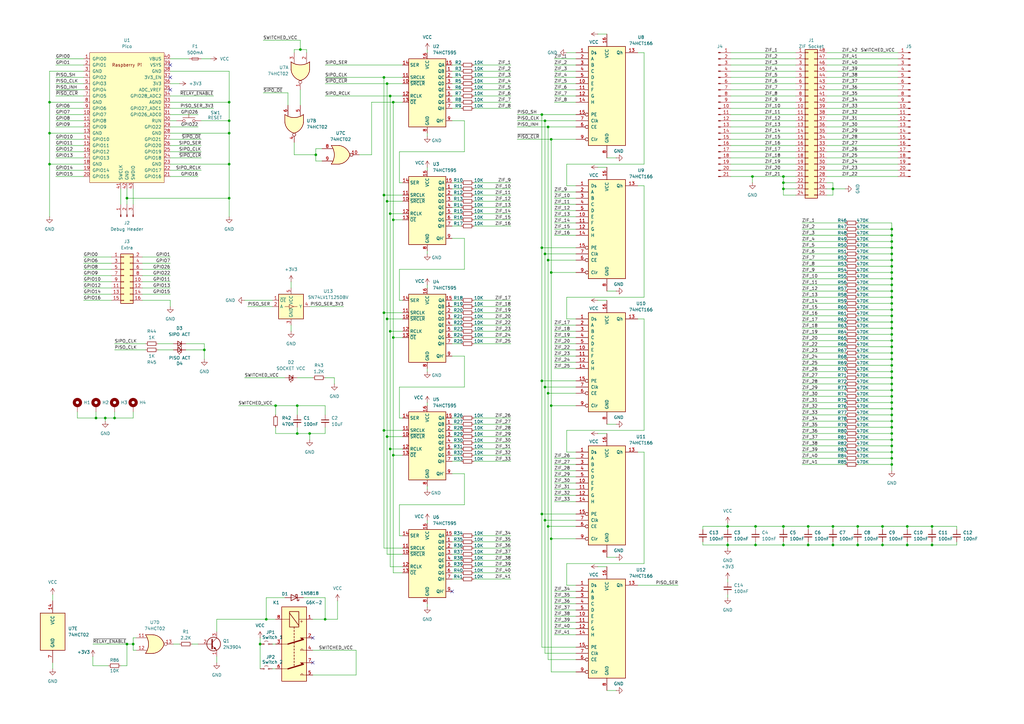
<source format=kicad_sch>
(kicad_sch (version 20231120) (generator "eeschema") (generator_version "8.0")
  (paper "A3")
  (lib_symbols
    (symbol "74xx:74HC02" (pin_names (offset 1.016))
      (property "Reference" "U" (at 0 1.27 0))
      (property "Value" "74HC02" (at 0 -1.27 0))
      (symbol "74HC02_1_1"
        (pin output inverted (at 7.62 0 180) (length 3.81) (name "~") (number "1"))
        (pin input line (at -7.62 2.54 0) (length 4.318) (name "~") (number "2"))
        (pin input line (at -7.62 -2.54 0) (length 4.318) (name "~") (number "3"))
      )
      (symbol "74HC02_1_2"
        (pin output line (at 7.62 0 180) (length 3.81) (name "~") (number "1"))
        (pin input inverted (at -7.62 2.54 0) (length 3.81) (name "~") (number "2"))
        (pin input inverted (at -7.62 -2.54 0) (length 3.81) (name "~") (number "3"))
      )
      (symbol "74HC02_2_1"
        (pin output inverted (at 7.62 0 180) (length 3.81) (name "~") (number "4"))
        (pin input line (at -7.62 2.54 0) (length 4.318) (name "~") (number "5"))
        (pin input line (at -7.62 -2.54 0) (length 4.318) (name "~") (number "6"))
      )
      (symbol "74HC02_2_2"
        (pin output line (at 7.62 0 180) (length 3.81) (name "~") (number "4"))
        (pin input inverted (at -7.62 2.54 0) (length 3.81) (name "~") (number "5"))
        (pin input inverted (at -7.62 -2.54 0) (length 3.81) (name "~") (number "6"))
      )
      (symbol "74HC02_3_1"
        (pin output inverted (at 7.62 0 180) (length 3.81) (name "~") (number "10"))
        (pin input line (at -7.62 2.54 0) (length 4.318) (name "~") (number "8"))
        (pin input line (at -7.62 -2.54 0) (length 4.318) (name "~") (number "9"))
      )
      (symbol "74HC02_3_2"
        (pin output line (at 7.62 0 180) (length 3.81) (name "~") (number "10"))
        (pin input inverted (at -7.62 2.54 0) (length 3.81) (name "~") (number "8"))
        (pin input inverted (at -7.62 -2.54 0) (length 3.81) (name "~") (number "9"))
      )
      (symbol "74HC02_4_1"
        (pin input line (at -7.62 2.54 0) (length 4.318) (name "~") (number "11"))
        (pin input line (at -7.62 -2.54 0) (length 4.318) (name "~") (number "12"))
        (pin output inverted (at 7.62 0 180) (length 3.81) (name "~") (number "13"))
      )
      (symbol "74HC02_4_2"
        (pin input inverted (at -7.62 2.54 0) (length 3.81) (name "~") (number "11"))
        (pin input inverted (at -7.62 -2.54 0) (length 3.81) (name "~") (number "12"))
        (pin output line (at 7.62 0 180) (length 3.81) (name "~") (number "13"))
      )
      (symbol "74HC02_5_0"
        (pin power_in line (at 0 12.7 270) (length 5.08) (name "VCC") (number "14"))
        (pin power_in line (at 0 -12.7 90) (length 5.08) (name "GND") (number "7"))
      )
    )
    (symbol "74xx:74HC595"
      (property "Reference" "U" (at -7.62 13.97 0))
      (property "Value" "74HC595" (at -7.62 -16.51 0))
      (symbol "74HC595_1_0"
        (pin tri_state line (at 10.16 7.62 180) (length 2.54) (name "QB") (number "1"))
        (pin input line (at -10.16 2.54 0) (length 2.54) (name "~{SRCLR}") (number "10"))
        (pin input line (at -10.16 5.08 0) (length 2.54) (name "SRCLK") (number "11"))
        (pin input line (at -10.16 -2.54 0) (length 2.54) (name "RCLK") (number "12"))
        (pin input line (at -10.16 -5.08 0) (length 2.54) (name "~{OE}") (number "13"))
        (pin input line (at -10.16 10.16 0) (length 2.54) (name "SER") (number "14"))
        (pin tri_state line (at 10.16 10.16 180) (length 2.54) (name "QA") (number "15"))
        (pin power_in line (at 0 15.24 270) (length 2.54) (name "VCC") (number "16"))
        (pin tri_state line (at 10.16 5.08 180) (length 2.54) (name "QC") (number "2"))
        (pin tri_state line (at 10.16 2.54 180) (length 2.54) (name "QD") (number "3"))
        (pin tri_state line (at 10.16 0 180) (length 2.54) (name "QE") (number "4"))
        (pin tri_state line (at 10.16 -2.54 180) (length 2.54) (name "QF") (number "5"))
        (pin tri_state line (at 10.16 -5.08 180) (length 2.54) (name "QG") (number "6"))
        (pin tri_state line (at 10.16 -7.62 180) (length 2.54) (name "QH") (number "7"))
        (pin power_in line (at 0 -17.78 90) (length 2.54) (name "GND") (number "8"))
        (pin output line (at 10.16 -12.7 180) (length 2.54) (name "QH'") (number "9"))
      )
    )
    (symbol "74xx:74LS166" (pin_names (offset 1.016))
      (property "Reference" "U" (at -7.62 21.59 0))
      (property "Value" "74LS166" (at -7.62 -21.59 0))
      (symbol "74LS166_1_0"
        (pin input line (at -12.7 17.78 0) (length 5.08) (name "Ds") (number "1"))
        (pin input line (at -12.7 5.08 0) (length 5.08) (name "E") (number "10"))
        (pin input line (at -12.7 2.54 0) (length 5.08) (name "F") (number "11"))
        (pin input line (at -12.7 0 0) (length 5.08) (name "G") (number "12"))
        (pin output line (at 12.7 17.78 180) (length 5.08) (name "Qh") (number "13"))
        (pin input line (at -12.7 -2.54 0) (length 5.08) (name "H") (number "14"))
        (pin input inverted (at -12.7 -7.62 0) (length 5.08) (name "PE") (number "15"))
        (pin power_in line (at 0 25.4 270) (length 5.08) (name "VCC") (number "16"))
        (pin input line (at -12.7 15.24 0) (length 5.08) (name "A") (number "2"))
        (pin input line (at -12.7 12.7 0) (length 5.08) (name "B") (number "3"))
        (pin input line (at -12.7 10.16 0) (length 5.08) (name "C") (number "4"))
        (pin input line (at -12.7 7.62 0) (length 5.08) (name "D") (number "5"))
        (pin input inverted (at -12.7 -12.7 0) (length 5.08) (name "CE") (number "6"))
        (pin input line (at -12.7 -10.16 0) (length 5.08) (name "Clk") (number "7"))
        (pin power_in line (at 0 -25.4 90) (length 5.08) (name "GND") (number "8"))
        (pin input inverted (at -12.7 -17.78 0) (length 5.08) (name "Clr") (number "9"))
      )
    )
    (symbol "Connector:Conn_01x03_Pin" (pin_names (offset 1.016) hide)
      (property "Reference" "J" (at 0 5.08 0))
      (property "Value" "Conn_01x03_Pin" (at 0 -5.08 0))
      (symbol "Conn_01x03_Pin_1_1"
        (pin passive line (at 5.08 2.54 180) (length 3.81) (name "Pin_1") (number "1"))
        (pin passive line (at 5.08 0 180) (length 3.81) (name "Pin_2") (number "2"))
        (pin passive line (at 5.08 -2.54 180) (length 3.81) (name "Pin_3") (number "3"))
      )
    )
    (symbol "Connector:Conn_01x21_Pin" (pin_names (offset 1.016) hide)
      (property "Reference" "J" (at 0 27.94 0))
      (property "Value" "Conn_01x21_Pin" (at 0 -27.94 0))
      (symbol "Conn_01x21_Pin_1_1"
        (pin passive line (at 5.08 25.4 180) (length 3.81) (name "Pin_1") (number "1"))
        (pin passive line (at 5.08 2.54 180) (length 3.81) (name "Pin_10") (number "10"))
        (pin passive line (at 5.08 0 180) (length 3.81) (name "Pin_11") (number "11"))
        (pin passive line (at 5.08 -2.54 180) (length 3.81) (name "Pin_12") (number "12"))
        (pin passive line (at 5.08 -5.08 180) (length 3.81) (name "Pin_13") (number "13"))
        (pin passive line (at 5.08 -7.62 180) (length 3.81) (name "Pin_14") (number "14"))
        (pin passive line (at 5.08 -10.16 180) (length 3.81) (name "Pin_15") (number "15"))
        (pin passive line (at 5.08 -12.7 180) (length 3.81) (name "Pin_16") (number "16"))
        (pin passive line (at 5.08 -15.24 180) (length 3.81) (name "Pin_17") (number "17"))
        (pin passive line (at 5.08 -17.78 180) (length 3.81) (name "Pin_18") (number "18"))
        (pin passive line (at 5.08 -20.32 180) (length 3.81) (name "Pin_19") (number "19"))
        (pin passive line (at 5.08 22.86 180) (length 3.81) (name "Pin_2") (number "2"))
        (pin passive line (at 5.08 -22.86 180) (length 3.81) (name "Pin_20") (number "20"))
        (pin passive line (at 5.08 -25.4 180) (length 3.81) (name "Pin_21") (number "21"))
        (pin passive line (at 5.08 20.32 180) (length 3.81) (name "Pin_3") (number "3"))
        (pin passive line (at 5.08 17.78 180) (length 3.81) (name "Pin_4") (number "4"))
        (pin passive line (at 5.08 15.24 180) (length 3.81) (name "Pin_5") (number "5"))
        (pin passive line (at 5.08 12.7 180) (length 3.81) (name "Pin_6") (number "6"))
        (pin passive line (at 5.08 10.16 180) (length 3.81) (name "Pin_7") (number "7"))
        (pin passive line (at 5.08 7.62 180) (length 3.81) (name "Pin_8") (number "8"))
        (pin passive line (at 5.08 5.08 180) (length 3.81) (name "Pin_9") (number "9"))
      )
    )
    (symbol "Connector_Generic:Conn_02x08_Odd_Even" (pin_names (offset 1.016) hide)
      (property "Reference" "J" (at 1.27 10.16 0))
      (property "Value" "Conn_02x08_Odd_Even" (at 1.27 -12.7 0))
      (symbol "Conn_02x08_Odd_Even_1_1"
        (pin passive line (at -5.08 7.62 0) (length 3.81) (name "Pin_1") (number "1"))
        (pin passive line (at 7.62 -2.54 180) (length 3.81) (name "Pin_10") (number "10"))
        (pin passive line (at -5.08 -5.08 0) (length 3.81) (name "Pin_11") (number "11"))
        (pin passive line (at 7.62 -5.08 180) (length 3.81) (name "Pin_12") (number "12"))
        (pin passive line (at -5.08 -7.62 0) (length 3.81) (name "Pin_13") (number "13"))
        (pin passive line (at 7.62 -7.62 180) (length 3.81) (name "Pin_14") (number "14"))
        (pin passive line (at -5.08 -10.16 0) (length 3.81) (name "Pin_15") (number "15"))
        (pin passive line (at 7.62 -10.16 180) (length 3.81) (name "Pin_16") (number "16"))
        (pin passive line (at 7.62 7.62 180) (length 3.81) (name "Pin_2") (number "2"))
        (pin passive line (at -5.08 5.08 0) (length 3.81) (name "Pin_3") (number "3"))
        (pin passive line (at 7.62 5.08 180) (length 3.81) (name "Pin_4") (number "4"))
        (pin passive line (at -5.08 2.54 0) (length 3.81) (name "Pin_5") (number "5"))
        (pin passive line (at 7.62 2.54 180) (length 3.81) (name "Pin_6") (number "6"))
        (pin passive line (at -5.08 0 0) (length 3.81) (name "Pin_7") (number "7"))
        (pin passive line (at 7.62 0 180) (length 3.81) (name "Pin_8") (number "8"))
        (pin passive line (at -5.08 -2.54 0) (length 3.81) (name "Pin_9") (number "9"))
      )
    )
    (symbol "Connector_Generic:Conn_02x24_Counter_Clockwise" (pin_names (offset 1.016) hide)
      (property "Reference" "J" (at 1.27 30.48 0))
      (property "Value" "Conn_02x24_Counter_Clockwise" (at 1.27 -33.02 0))
      (symbol "Conn_02x24_Counter_Clockwise_1_1"
        (pin passive line (at -5.08 27.94 0) (length 3.81) (name "Pin_1") (number "1"))
        (pin passive line (at -5.08 5.08 0) (length 3.81) (name "Pin_10") (number "10"))
        (pin passive line (at -5.08 2.54 0) (length 3.81) (name "Pin_11") (number "11"))
        (pin passive line (at -5.08 0 0) (length 3.81) (name "Pin_12") (number "12"))
        (pin passive line (at -5.08 -2.54 0) (length 3.81) (name "Pin_13") (number "13"))
        (pin passive line (at -5.08 -5.08 0) (length 3.81) (name "Pin_14") (number "14"))
        (pin passive line (at -5.08 -7.62 0) (length 3.81) (name "Pin_15") (number "15"))
        (pin passive line (at -5.08 -10.16 0) (length 3.81) (name "Pin_16") (number "16"))
        (pin passive line (at -5.08 -12.7 0) (length 3.81) (name "Pin_17") (number "17"))
        (pin passive line (at -5.08 -15.24 0) (length 3.81) (name "Pin_18") (number "18"))
        (pin passive line (at -5.08 -17.78 0) (length 3.81) (name "Pin_19") (number "19"))
        (pin passive line (at -5.08 25.4 0) (length 3.81) (name "Pin_2") (number "2"))
        (pin passive line (at -5.08 -20.32 0) (length 3.81) (name "Pin_20") (number "20"))
        (pin passive line (at -5.08 -22.86 0) (length 3.81) (name "Pin_21") (number "21"))
        (pin passive line (at -5.08 -25.4 0) (length 3.81) (name "Pin_22") (number "22"))
        (pin passive line (at -5.08 -27.94 0) (length 3.81) (name "Pin_23") (number "23"))
        (pin passive line (at -5.08 -30.48 0) (length 3.81) (name "Pin_24") (number "24"))
        (pin passive line (at 7.62 -30.48 180) (length 3.81) (name "Pin_25") (number "25"))
        (pin passive line (at 7.62 -27.94 180) (length 3.81) (name "Pin_26") (number "26"))
        (pin passive line (at 7.62 -25.4 180) (length 3.81) (name "Pin_27") (number "27"))
        (pin passive line (at 7.62 -22.86 180) (length 3.81) (name "Pin_28") (number "28"))
        (pin passive line (at 7.62 -20.32 180) (length 3.81) (name "Pin_29") (number "29"))
        (pin passive line (at -5.08 22.86 0) (length 3.81) (name "Pin_3") (number "3"))
        (pin passive line (at 7.62 -17.78 180) (length 3.81) (name "Pin_30") (number "30"))
        (pin passive line (at 7.62 -15.24 180) (length 3.81) (name "Pin_31") (number "31"))
        (pin passive line (at 7.62 -12.7 180) (length 3.81) (name "Pin_32") (number "32"))
        (pin passive line (at 7.62 -10.16 180) (length 3.81) (name "Pin_33") (number "33"))
        (pin passive line (at 7.62 -7.62 180) (length 3.81) (name "Pin_34") (number "34"))
        (pin passive line (at 7.62 -5.08 180) (length 3.81) (name "Pin_35") (number "35"))
        (pin passive line (at 7.62 -2.54 180) (length 3.81) (name "Pin_36") (number "36"))
        (pin passive line (at 7.62 0 180) (length 3.81) (name "Pin_37") (number "37"))
        (pin passive line (at 7.62 2.54 180) (length 3.81) (name "Pin_38") (number "38"))
        (pin passive line (at 7.62 5.08 180) (length 3.81) (name "Pin_39") (number "39"))
        (pin passive line (at -5.08 20.32 0) (length 3.81) (name "Pin_4") (number "4"))
        (pin passive line (at 7.62 7.62 180) (length 3.81) (name "Pin_40") (number "40"))
        (pin passive line (at 7.62 10.16 180) (length 3.81) (name "Pin_41") (number "41"))
        (pin passive line (at 7.62 12.7 180) (length 3.81) (name "Pin_42") (number "42"))
        (pin passive line (at 7.62 15.24 180) (length 3.81) (name "Pin_43") (number "43"))
        (pin passive line (at 7.62 17.78 180) (length 3.81) (name "Pin_44") (number "44"))
        (pin passive line (at 7.62 20.32 180) (length 3.81) (name "Pin_45") (number "45"))
        (pin passive line (at 7.62 22.86 180) (length 3.81) (name "Pin_46") (number "46"))
        (pin passive line (at 7.62 25.4 180) (length 3.81) (name "Pin_47") (number "47"))
        (pin passive line (at 7.62 27.94 180) (length 3.81) (name "Pin_48") (number "48"))
        (pin passive line (at -5.08 17.78 0) (length 3.81) (name "Pin_5") (number "5"))
        (pin passive line (at -5.08 15.24 0) (length 3.81) (name "Pin_6") (number "6"))
        (pin passive line (at -5.08 12.7 0) (length 3.81) (name "Pin_7") (number "7"))
        (pin passive line (at -5.08 10.16 0) (length 3.81) (name "Pin_8") (number "8"))
        (pin passive line (at -5.08 7.62 0) (length 3.81) (name "Pin_9") (number "9"))
      )
    )
    (symbol "Device:C_Small" (pin_numbers hide) (pin_names (offset 0.254) hide)
      (property "Reference" "C" (at 0.254 1.778 0))
      (property "Value" "C_Small" (at 0.254 -2.032 0))
      (symbol "C_Small_1_1"
        (pin passive line (at 0 2.54 270) (length 2.032) (name "~") (number "1"))
        (pin passive line (at 0 -2.54 90) (length 2.032) (name "~") (number "2"))
      )
    )
    (symbol "Device:Fuse_Small" (pin_numbers hide) (pin_names (offset 0.254) hide)
      (property "Reference" "F" (at 0 -1.524 0))
      (property "Value" "Fuse_Small" (at 0 1.524 0))
      (symbol "Fuse_Small_1_1"
        (pin passive line (at -2.54 0 0) (length 1.27) (name "~") (number "1"))
        (pin passive line (at 2.54 0 180) (length 1.27) (name "~") (number "2"))
      )
    )
    (symbol "Device:LED_Small" (pin_numbers hide) (pin_names (offset 0.254) hide)
      (property "Reference" "D" (at -1.27 3.175 0))
      (property "Value" "LED_Small" (at -4.445 -2.54 0))
      (symbol "LED_Small_1_1"
        (pin passive line (at -2.54 0 0) (length 1.778) (name "K") (number "1"))
        (pin passive line (at 2.54 0 180) (length 1.778) (name "A") (number "2"))
      )
    )
    (symbol "Device:R_Small" (pin_numbers hide) (pin_names (offset 0.254) hide)
      (property "Reference" "R" (at 0.762 0.508 0))
      (property "Value" "R_Small" (at 0.762 -1.016 0))
      (symbol "R_Small_1_1"
        (pin passive line (at 0 2.54 270) (length 0.762) (name "~") (number "1"))
        (pin passive line (at 0 -2.54 90) (length 0.762) (name "~") (number "2"))
      )
    )
    (symbol "Diode:1N5818" (pin_numbers hide) (pin_names (offset 1.016) hide)
      (property "Reference" "D" (at 0 2.54 0))
      (property "Value" "1N5818" (at 0 -2.54 0))
      (symbol "1N5818_1_1"
        (pin passive line (at -3.81 0 0) (length 2.54) (name "K") (number "1"))
        (pin passive line (at 3.81 0 180) (length 2.54) (name "A") (number "2"))
      )
    )
    (symbol "Jumper:Jumper_2_Small_Open" (pin_numbers hide) (pin_names (offset 0) hide) (exclude_from_sim yes)
      (property "Reference" "JP" (at 0 2.794 0))
      (property "Value" "Jumper_2_Small_Open" (at 0 -2.286 0))
      (symbol "Jumper_2_Small_Open_1_1"
        (pin passive line (at -2.54 0 0) (length 1.27) (name "A") (number "1"))
        (pin passive line (at 2.54 0 180) (length 1.27) (name "B") (number "2"))
      )
    )
    (symbol "Logic_LevelTranslator:SN74LV1T125DBV"
      (property "Reference" "U" (at 5.08 6.35 0))
      (property "Value" "SN74LV1T125DBV" (at 5.08 3.81 0))
      (symbol "SN74LV1T125DBV_1_1"
        (pin input line (at -7.62 2.54 0) (length 2.54) (name "~{OE}") (number "1"))
        (pin input line (at -7.62 0 0) (length 2.54) (name "A") (number "2"))
        (pin power_in line (at 0 -7.62 90) (length 2.54) (name "GND") (number "3"))
        (pin output line (at 7.62 0 180) (length 2.54) (name "Y") (number "4"))
        (pin power_in line (at 0 7.62 270) (length 2.54) (name "VCC") (number "5"))
      )
    )
    (symbol "MCU_RaspberryPi_and_Boards:Pico" (pin_names (offset 1.016))
      (property "Reference" "U" (at -13.97 27.94 0))
      (property "Value" "Pico" (at 0 19.05 0))
      (symbol "Pico_0_0"
        (text "Raspberry Pi" (at 0 21.59 0) (effects (font (size 1.27 1.27))))
      )
      (symbol "Pico_1_1"
        (pin bidirectional line (at -17.78 24.13 0) (length 2.54) (name "GPIO0") (number "1"))
        (pin bidirectional line (at -17.78 1.27 0) (length 2.54) (name "GPIO7") (number "10"))
        (pin bidirectional line (at -17.78 -1.27 0) (length 2.54) (name "GPIO8") (number "11"))
        (pin bidirectional line (at -17.78 -3.81 0) (length 2.54) (name "GPIO9") (number "12"))
        (pin power_in line (at -17.78 -6.35 0) (length 2.54) (name "GND") (number "13"))
        (pin bidirectional line (at -17.78 -8.89 0) (length 2.54) (name "GPIO10") (number "14"))
        (pin bidirectional line (at -17.78 -11.43 0) (length 2.54) (name "GPIO11") (number "15"))
        (pin bidirectional line (at -17.78 -13.97 0) (length 2.54) (name "GPIO12") (number "16"))
        (pin bidirectional line (at -17.78 -16.51 0) (length 2.54) (name "GPIO13") (number "17"))
        (pin power_in line (at -17.78 -19.05 0) (length 2.54) (name "GND") (number "18"))
        (pin bidirectional line (at -17.78 -21.59 0) (length 2.54) (name "GPIO14") (number "19"))
        (pin bidirectional line (at -17.78 21.59 0) (length 2.54) (name "GPIO1") (number "2"))
        (pin bidirectional line (at -17.78 -24.13 0) (length 2.54) (name "GPIO15") (number "20"))
        (pin bidirectional line (at 17.78 -24.13 180) (length 2.54) (name "GPIO16") (number "21"))
        (pin bidirectional line (at 17.78 -21.59 180) (length 2.54) (name "GPIO17") (number "22"))
        (pin power_in line (at 17.78 -19.05 180) (length 2.54) (name "GND") (number "23"))
        (pin bidirectional line (at 17.78 -16.51 180) (length 2.54) (name "GPIO18") (number "24"))
        (pin bidirectional line (at 17.78 -13.97 180) (length 2.54) (name "GPIO19") (number "25"))
        (pin bidirectional line (at 17.78 -11.43 180) (length 2.54) (name "GPIO20") (number "26"))
        (pin bidirectional line (at 17.78 -8.89 180) (length 2.54) (name "GPIO21") (number "27"))
        (pin power_in line (at 17.78 -6.35 180) (length 2.54) (name "GND") (number "28"))
        (pin bidirectional line (at 17.78 -3.81 180) (length 2.54) (name "GPIO22") (number "29"))
        (pin power_in line (at -17.78 19.05 0) (length 2.54) (name "GND") (number "3"))
        (pin input line (at 17.78 -1.27 180) (length 2.54) (name "RUN") (number "30"))
        (pin bidirectional line (at 17.78 1.27 180) (length 2.54) (name "GPIO26_ADC0") (number "31"))
        (pin bidirectional line (at 17.78 3.81 180) (length 2.54) (name "GPIO27_ADC1") (number "32"))
        (pin power_in line (at 17.78 6.35 180) (length 2.54) (name "AGND") (number "33"))
        (pin bidirectional line (at 17.78 8.89 180) (length 2.54) (name "GPIO28_ADC2") (number "34"))
        (pin unspecified line (at 17.78 11.43 180) (length 2.54) (name "ADC_VREF") (number "35"))
        (pin unspecified line (at 17.78 13.97 180) (length 2.54) (name "3V3") (number "36"))
        (pin input line (at 17.78 16.51 180) (length 2.54) (name "3V3_EN") (number "37"))
        (pin bidirectional line (at 17.78 19.05 180) (length 2.54) (name "GND") (number "38"))
        (pin unspecified line (at 17.78 21.59 180) (length 2.54) (name "VSYS") (number "39"))
        (pin bidirectional line (at -17.78 16.51 0) (length 2.54) (name "GPIO2") (number "4"))
        (pin unspecified line (at 17.78 24.13 180) (length 2.54) (name "VBUS") (number "40"))
        (pin input line (at -2.54 -29.21 90) (length 2.54) (name "SWCLK") (number "41"))
        (pin power_in line (at 0 -29.21 90) (length 2.54) (name "GND") (number "42"))
        (pin bidirectional line (at 2.54 -29.21 90) (length 2.54) (name "SWDIO") (number "43"))
        (pin bidirectional line (at -17.78 13.97 0) (length 2.54) (name "GPIO3") (number "5"))
        (pin bidirectional line (at -17.78 11.43 0) (length 2.54) (name "GPIO4") (number "6"))
        (pin bidirectional line (at -17.78 8.89 0) (length 2.54) (name "GPIO5") (number "7"))
        (pin power_in line (at -17.78 6.35 0) (length 2.54) (name "GND") (number "8"))
        (pin bidirectional line (at -17.78 3.81 0) (length 2.54) (name "GPIO6") (number "9"))
      )
    )
    (symbol "Mechanical:MountingHole_Pad" (pin_numbers hide) (pin_names (offset 1.016) hide) (exclude_from_sim yes) (in_bom no)
      (property "Reference" "H" (at 0 6.35 0))
      (property "Value" "MountingHole_Pad" (at 0 4.445 0))
      (symbol "MountingHole_Pad_1_1"
        (pin input line (at 0 -2.54 90) (length 2.54) (name "1") (number "1"))
      )
    )
    (symbol "Relay:G6K-2"
      (property "Reference" "K" (at 16.51 3.81 0))
      (property "Value" "G6K-2" (at 16.51 1.27 0))
      (symbol "G6K-2_0_0"
        (text "+" (at -9.271 2.921 0) (effects (font (size 1.27 1.27))))
      )
      (symbol "G6K-2_1_1"
        (pin passive line (at -10.16 7.62 270) (length 2.54) (name "~") (number "1"))
        (pin passive line (at -2.54 7.62 270) (length 2.54) (name "~") (number "2"))
        (pin passive line (at 0 -7.62 90) (length 2.54) (name "~") (number "3"))
        (pin passive line (at 2.54 7.62 270) (length 2.54) (name "~") (number "4"))
        (pin passive line (at 12.7 7.62 270) (length 2.54) (name "~") (number "5"))
        (pin passive line (at 10.16 -7.62 90) (length 2.54) (name "~") (number "6"))
        (pin passive line (at 7.62 7.62 270) (length 2.54) (name "~") (number "7"))
        (pin passive line (at -10.16 -7.62 90) (length 2.54) (name "~") (number "8"))
      )
    )
    (symbol "Switch:SW_Push" (pin_numbers hide) (pin_names (offset 1.016) hide)
      (property "Reference" "SW" (at 1.27 2.54 0))
      (property "Value" "SW_Push" (at 0 -1.524 0))
      (symbol "SW_Push_0_1"
        (pin passive line (at -5.08 0 0) (length 2.54) (name "1") (number "1"))
        (pin passive line (at 5.08 0 180) (length 2.54) (name "2") (number "2"))
      )
    )
    (symbol "Transistor_BJT:2N3904" (pin_names (offset 0) hide)
      (property "Reference" "Q" (at 5.08 1.905 0))
      (property "Value" "2N3904" (at 5.08 0 0))
      (symbol "2N3904_1_1"
        (pin passive line (at 2.54 -5.08 90) (length 2.54) (name "E") (number "1"))
        (pin passive line (at -5.08 0 0) (length 5.715) (name "B") (number "2"))
        (pin passive line (at 2.54 5.08 270) (length 2.54) (name "C") (number "3"))
      )
    )
    (symbol "power:+3V3" (power) (pin_numbers hide) (pin_names (offset 0) hide)
      (property "Value" "+3V3" (at 0 3.556 0))
      (symbol "+3V3_1_1"
        (pin power_in line (at 0 0 90) (length 0) (name "~") (number "1"))
      )
    )
    (symbol "power:GND" (power) (pin_numbers hide) (pin_names (offset 0) hide)
      (property "Value" "GND" (at 0 -3.81 0))
      (symbol "GND_1_1"
        (pin power_in line (at 0 0 270) (length 0) (name "~") (number "1"))
      )
    )
    (symbol "power:VCC" (power) (pin_numbers hide) (pin_names (offset 0) hide)
      (property "Value" "VCC" (at 0 3.556 0))
      (symbol "VCC_1_1"
        (pin power_in line (at 0 0 90) (length 0) (name "~") (number "1"))
      )
    )
  )
  (junction (at 158.75 34.29))
  (junction (at 222.25 210.82))
  (junction (at 365.76 167.64))
  (junction (at 223.52 158.75))
  (junction (at 365.76 127))
  (junction (at 20.32 41.91))
  (junction (at 382.27 215.9))
  (junction (at 365.76 104.14))
  (junction (at 331.47 215.9))
  (junction (at 365.76 137.16))
  (junction (at 161.29 138.43))
  (junction (at 226.06 166.37))
  (junction (at 160.02 87.63))
  (junction (at 223.52 213.36))
  (junction (at 129.54 63.5))
  (junction (at 321.31 77.47))
  (junction (at 226.06 220.98))
  (junction (at 226.06 111.76))
  (junction (at 222.25 101.6))
  (junction (at 158.75 179.07))
  (junction (at 224.79 106.68))
  (junction (at 321.31 223.52))
  (junction (at 365.76 93.98))
  (junction (at 365.76 99.06))
  (junction (at 365.76 134.62))
  (junction (at 365.76 162.56))
  (junction (at 365.76 111.76))
  (junction (at 365.76 124.46))
  (junction (at 365.76 139.7))
  (junction (at 351.79 223.52))
  (junction (at 365.76 185.42))
  (junction (at 365.76 119.38))
  (junction (at 309.88 215.9))
  (junction (at 321.31 72.39))
  (junction (at 20.32 54.61))
  (junction (at 160.02 135.89))
  (junction (at 341.63 77.47))
  (junction (at 93.98 41.91))
  (junction (at 365.76 165.1))
  (junction (at 127 177.8))
  (junction (at 365.76 106.68))
  (junction (at 223.52 49.53))
  (junction (at 361.95 223.52))
  (junction (at 321.31 74.93))
  (junction (at 157.48 31.75))
  (junction (at 226.06 57.15))
  (junction (at 93.98 67.31))
  (junction (at 224.79 215.9))
  (junction (at 365.76 187.96))
  (junction (at 365.76 180.34))
  (junction (at 93.98 49.53))
  (junction (at 365.76 129.54))
  (junction (at 157.48 80.01))
  (junction (at 39.37 171.45))
  (junction (at 161.29 41.91))
  (junction (at 298.45 223.52))
  (junction (at 365.76 157.48))
  (junction (at 365.76 149.86))
  (junction (at 365.76 101.6))
  (junction (at 365.76 172.72))
  (junction (at 93.98 81.28))
  (junction (at 321.31 215.9))
  (junction (at 309.88 223.52))
  (junction (at 157.48 128.27))
  (junction (at 382.27 223.52))
  (junction (at 113.03 166.37))
  (junction (at 365.76 121.92))
  (junction (at 365.76 154.94))
  (junction (at 224.79 52.07))
  (junction (at 158.75 82.55))
  (junction (at 158.75 130.81))
  (junction (at 365.76 109.22))
  (junction (at 365.76 116.84))
  (junction (at 365.76 170.18))
  (junction (at 365.76 177.8))
  (junction (at 341.63 215.9))
  (junction (at 361.95 215.9))
  (junction (at 224.79 161.29))
  (junction (at 157.48 176.53))
  (junction (at 52.07 81.28))
  (junction (at 331.47 223.52))
  (junction (at 46.99 171.45))
  (junction (at 365.76 144.78))
  (junction (at 308.61 72.39))
  (junction (at 52.07 264.16))
  (junction (at 365.76 147.32))
  (junction (at 106.68 264.16))
  (junction (at 20.32 67.31))
  (junction (at 365.76 152.4))
  (junction (at 372.11 215.9))
  (junction (at 365.76 175.26))
  (junction (at 223.52 104.14))
  (junction (at 161.29 90.17))
  (junction (at 365.76 182.88))
  (junction (at 123.19 20.32))
  (junction (at 365.76 114.3))
  (junction (at 365.76 132.08))
  (junction (at 341.63 223.52))
  (junction (at 121.92 166.37))
  (junction (at 365.76 160.02))
  (junction (at 109.22 254))
  (junction (at 54.61 264.16))
  (junction (at 351.79 215.9))
  (junction (at 83.82 143.51))
  (junction (at 365.76 96.52))
  (junction (at 365.76 142.24))
  (junction (at 222.25 46.99))
  (junction (at 161.29 186.69))
  (junction (at 222.25 156.21))
  (junction (at 298.45 215.9))
  (junction (at 121.92 177.8))
  (junction (at 43.18 171.45))
  (junction (at 372.11 223.52))
  (junction (at 133.35 254))
  (junction (at 93.98 54.61))
  (junction (at 160.02 184.15))
  (junction (at 160.02 39.37))
  (junction (at 365.76 190.5))
  (no_connect (at 128.27 271.78))
  (no_connect (at 69.85 36.83))
  (no_connect (at 69.85 31.75))
  (no_connect (at 185.42 242.57))
  (no_connect (at 128.27 261.62))
  (no_connect (at 69.85 26.67))
  (wire (pts (xy 22.86 39.37) (xy 34.29 39.37)))
  (wire (pts (xy 365.76 175.26) (xy 365.76 177.8)))
  (wire (pts (xy 351.79 152.4) (xy 365.76 152.4)))
  (wire (pts (xy 351.79 121.92) (xy 365.76 121.92)))
  (wire (pts (xy 331.47 223.52) (xy 341.63 223.52)))
  (wire (pts (xy 299.72 21.59) (xy 326.39 21.59)))
  (wire (pts (xy 341.63 215.9) (xy 351.79 215.9)))
  (wire (pts (xy 83.82 143.51) (xy 83.82 147.32)))
  (wire (pts (xy 121.92 177.8) (xy 127 177.8)))
  (wire (pts (xy 185.42 80.01) (xy 189.23 80.01)))
  (wire (pts (xy 194.31 176.53) (xy 209.55 176.53)))
  (wire (pts (xy 20.32 54.61) (xy 20.32 41.91)))
  (wire (pts (xy 224.79 106.68) (xy 224.79 161.29)))
  (wire (pts (xy 20.32 88.9) (xy 20.32 67.31)))
  (wire (pts (xy 245.11 13.97) (xy 248.92 13.97)))
  (wire (pts (xy 224.79 52.07) (xy 224.79 106.68)))
  (wire (pts (xy 20.32 54.61) (xy 34.29 54.61)))
  (wire (pts (xy 339.09 26.67) (xy 368.3 26.67)))
  (wire (pts (xy 339.09 69.85) (xy 368.3 69.85)))
  (wire (pts (xy 129.54 60.96) (xy 129.54 63.5)))
  (wire (pts (xy 261.62 21.59) (xy 264.16 21.59)))
  (wire (pts (xy 93.98 41.91) (xy 93.98 49.53)))
  (wire (pts (xy 264.16 176.53) (xy 232.41 176.53)))
  (wire (pts (xy 321.31 74.93) (xy 321.31 77.47)))
  (wire (pts (xy 227.33 83.82) (xy 236.22 83.82)))
  (wire (pts (xy 299.72 57.15) (xy 326.39 57.15)))
  (wire (pts (xy 212.09 52.07) (xy 224.79 52.07)))
  (wire (pts (xy 22.86 69.85) (xy 34.29 69.85)))
  (wire (pts (xy 52.07 264.16) (xy 54.61 264.16)))
  (wire (pts (xy 194.31 87.63) (xy 209.55 87.63)))
  (wire (pts (xy 227.33 198.12) (xy 236.22 198.12)))
  (wire (pts (xy 232.41 130.81) (xy 236.22 130.81)))
  (wire (pts (xy 107.95 38.1) (xy 118.11 38.1)))
  (wire (pts (xy 328.93 157.48) (xy 346.71 157.48)))
  (wire (pts (xy 109.22 254) (xy 109.22 245.11)))
  (wire (pts (xy 22.86 72.39) (xy 34.29 72.39)))
  (wire (pts (xy 185.42 135.89) (xy 189.23 135.89)))
  (wire (pts (xy 194.31 31.75) (xy 209.55 31.75)))
  (wire (pts (xy 185.42 140.97) (xy 189.23 140.97)))
  (wire (pts (xy 351.79 180.34) (xy 365.76 180.34)))
  (wire (pts (xy 351.79 106.68) (xy 365.76 106.68)))
  (wire (pts (xy 82.55 49.53) (xy 93.98 49.53)))
  (wire (pts (xy 133.35 31.75) (xy 157.48 31.75)))
  (wire (pts (xy 175.26 247.65) (xy 175.26 248.92)))
  (wire (pts (xy 365.76 157.48) (xy 365.76 160.02)))
  (wire (pts (xy 351.79 124.46) (xy 365.76 124.46)))
  (wire (pts (xy 83.82 140.97) (xy 83.82 143.51)))
  (wire (pts (xy 185.42 34.29) (xy 189.23 34.29)))
  (wire (pts (xy 152.4 41.91) (xy 161.29 41.91)))
  (wire (pts (xy 309.88 223.52) (xy 321.31 223.52)))
  (wire (pts (xy 339.09 29.21) (xy 368.3 29.21)))
  (wire (pts (xy 226.06 111.76) (xy 226.06 166.37)))
  (wire (pts (xy 321.31 77.47) (xy 326.39 77.47)))
  (wire (pts (xy 261.62 130.81) (xy 264.16 130.81)))
  (wire (pts (xy 227.33 41.91) (xy 236.22 41.91)))
  (wire (pts (xy 158.75 179.07) (xy 165.1 179.07)))
  (wire (pts (xy 185.42 227.33) (xy 189.23 227.33)))
  (wire (pts (xy 227.33 138.43) (xy 236.22 138.43)))
  (wire (pts (xy 39.37 168.91) (xy 39.37 171.45)))
  (wire (pts (xy 264.16 231.14) (xy 232.41 231.14)))
  (wire (pts (xy 119.38 115.57) (xy 119.38 118.11)))
  (wire (pts (xy 328.93 142.24) (xy 346.71 142.24)))
  (wire (pts (xy 227.33 250.19) (xy 236.22 250.19)))
  (wire (pts (xy 351.79 127) (xy 365.76 127)))
  (wire (pts (xy 158.75 130.81) (xy 158.75 179.07)))
  (wire (pts (xy 328.93 144.78) (xy 346.71 144.78)))
  (wire (pts (xy 245.11 232.41) (xy 248.92 232.41)))
  (wire (pts (xy 185.42 36.83) (xy 189.23 36.83)))
  (wire (pts (xy 351.79 167.64) (xy 365.76 167.64)))
  (wire (pts (xy 190.5 62.23) (xy 163.83 62.23)))
  (wire (pts (xy 328.93 167.64) (xy 346.71 167.64)))
  (wire (pts (xy 113.03 175.26) (xy 113.03 177.8)))
  (wire (pts (xy 339.09 21.59) (xy 368.3 21.59)))
  (wire (pts (xy 194.31 41.91) (xy 209.55 41.91)))
  (wire (pts (xy 351.79 101.6) (xy 365.76 101.6)))
  (wire (pts (xy 264.16 121.92) (xy 232.41 121.92)))
  (wire (pts (xy 365.76 190.5) (xy 365.76 193.04)))
  (wire (pts (xy 321.31 74.93) (xy 326.39 74.93)))
  (wire (pts (xy 224.79 215.9) (xy 236.22 215.9)))
  (wire (pts (xy 21.59 243.84) (xy 21.59 246.38)))
  (wire (pts (xy 120.65 58.42) (xy 120.65 63.5)))
  (wire (pts (xy 328.93 185.42) (xy 346.71 185.42)))
  (wire (pts (xy 101.6 125.73) (xy 111.76 125.73)))
  (wire (pts (xy 185.42 234.95) (xy 189.23 234.95)))
  (wire (pts (xy 339.09 46.99) (xy 368.3 46.99)))
  (wire (pts (xy 392.43 215.9) (xy 392.43 217.17)))
  (wire (pts (xy 308.61 72.39) (xy 321.31 72.39)))
  (wire (pts (xy 365.76 93.98) (xy 365.76 96.52)))
  (wire (pts (xy 223.52 104.14) (xy 223.52 158.75)))
  (wire (pts (xy 88.9 269.24) (xy 88.9 271.78)))
  (wire (pts (xy 20.32 67.31) (xy 20.32 54.61)))
  (wire (pts (xy 194.31 44.45) (xy 209.55 44.45)))
  (wire (pts (xy 34.29 107.95) (xy 45.72 107.95)))
  (wire (pts (xy 328.93 127) (xy 346.71 127)))
  (wire (pts (xy 160.02 87.63) (xy 160.02 135.89)))
  (wire (pts (xy 339.09 77.47) (xy 341.63 77.47)))
  (wire (pts (xy 190.5 194.31) (xy 190.5 207.01)))
  (wire (pts (xy 223.52 213.36) (xy 223.52 267.97)))
  (wire (pts (xy 161.29 138.43) (xy 161.29 186.69)))
  (wire (pts (xy 321.31 77.47) (xy 321.31 80.01)))
  (wire (pts (xy 226.06 220.98) (xy 226.06 275.59)))
  (wire (pts (xy 299.72 52.07) (xy 326.39 52.07)))
  (wire (pts (xy 328.93 91.44) (xy 346.71 91.44)))
  (wire (pts (xy 54.61 261.62) (xy 54.61 264.16)))
  (wire (pts (xy 222.25 101.6) (xy 222.25 156.21)))
  (wire (pts (xy 194.31 219.71) (xy 209.55 219.71)))
  (wire (pts (xy 20.32 41.91) (xy 34.29 41.91)))
  (wire (pts (xy 185.42 97.79) (xy 190.5 97.79)))
  (wire (pts (xy 351.79 157.48) (xy 365.76 157.48)))
  (wire (pts (xy 339.09 54.61) (xy 368.3 54.61)))
  (wire (pts (xy 321.31 223.52) (xy 331.47 223.52)))
  (wire (pts (xy 341.63 77.47) (xy 341.63 80.01)))
  (wire (pts (xy 288.29 217.17) (xy 288.29 215.9)))
  (wire (pts (xy 121.92 166.37) (xy 133.35 166.37)))
  (wire (pts (xy 175.26 20.32) (xy 175.26 21.59)))
  (wire (pts (xy 116.84 154.94) (xy 100.33 154.94)))
  (wire (pts (xy 328.93 187.96) (xy 346.71 187.96)))
  (wire (pts (xy 309.88 215.9) (xy 309.88 217.17)))
  (wire (pts (xy 160.02 135.89) (xy 165.1 135.89)))
  (wire (pts (xy 351.79 116.84) (xy 365.76 116.84)))
  (wire (pts (xy 111.76 264.16) (xy 113.03 264.16)))
  (wire (pts (xy 365.76 152.4) (xy 365.76 154.94)))
  (wire (pts (xy 158.75 130.81) (xy 165.1 130.81)))
  (wire (pts (xy 194.31 26.67) (xy 209.55 26.67)))
  (wire (pts (xy 22.86 44.45) (xy 34.29 44.45)))
  (wire (pts (xy 351.79 91.44) (xy 365.76 91.44)))
  (wire (pts (xy 190.5 158.75) (xy 163.83 158.75)))
  (wire (pts (xy 382.27 222.25) (xy 382.27 223.52)))
  (wire (pts (xy 351.79 142.24) (xy 365.76 142.24)))
  (wire (pts (xy 106.68 261.62) (xy 106.68 264.16)))
  (wire (pts (xy 365.76 104.14) (xy 365.76 106.68)))
  (wire (pts (xy 133.35 166.37) (xy 133.35 170.18)))
  (wire (pts (xy 100.33 123.19) (xy 111.76 123.19)))
  (wire (pts (xy 224.79 52.07) (xy 236.22 52.07)))
  (wire (pts (xy 133.35 177.8) (xy 133.35 175.26)))
  (wire (pts (xy 34.29 118.11) (xy 45.72 118.11)))
  (wire (pts (xy 69.85 29.21) (xy 93.98 29.21)))
  (wire (pts (xy 339.09 39.37) (xy 368.3 39.37)))
  (wire (pts (xy 121.92 154.94) (xy 128.27 154.94)))
  (wire (pts (xy 223.52 213.36) (xy 236.22 213.36)))
  (wire (pts (xy 97.79 166.37) (xy 113.03 166.37)))
  (wire (pts (xy 328.93 180.34) (xy 346.71 180.34)))
  (wire (pts (xy 222.25 210.82) (xy 222.25 265.43)))
  (wire (pts (xy 34.29 105.41) (xy 45.72 105.41)))
  (wire (pts (xy 69.85 39.37) (xy 87.63 39.37)))
  (wire (pts (xy 54.61 264.16) (xy 54.61 266.7)))
  (wire (pts (xy 339.09 57.15) (xy 368.3 57.15)))
  (wire (pts (xy 133.35 245.11) (xy 133.35 254)))
  (wire (pts (xy 298.45 243.84) (xy 298.45 245.11)))
  (wire (pts (xy 157.48 176.53) (xy 165.1 176.53)))
  (wire (pts (xy 339.09 36.83) (xy 368.3 36.83)))
  (wire (pts (xy 46.99 168.91) (xy 46.99 171.45)))
  (wire (pts (xy 227.33 29.21) (xy 236.22 29.21)))
  (wire (pts (xy 190.5 110.49) (xy 163.83 110.49)))
  (wire (pts (xy 185.42 44.45) (xy 189.23 44.45)))
  (wire (pts (xy 194.31 181.61) (xy 209.55 181.61)))
  (wire (pts (xy 361.95 223.52) (xy 372.11 223.52)))
  (wire (pts (xy 146.05 276.86) (xy 146.05 266.7)))
  (wire (pts (xy 365.76 121.92) (xy 365.76 124.46)))
  (wire (pts (xy 288.29 222.25) (xy 288.29 223.52)))
  (wire (pts (xy 127 177.8) (xy 127 180.34)))
  (wire (pts (xy 232.41 240.03) (xy 236.22 240.03)))
  (wire (pts (xy 133.35 254) (xy 138.43 254)))
  (wire (pts (xy 21.59 271.78) (xy 21.59 274.32)))
  (wire (pts (xy 160.02 39.37) (xy 165.1 39.37)))
  (wire (pts (xy 227.33 200.66) (xy 236.22 200.66)))
  (wire (pts (xy 157.48 31.75) (xy 157.48 80.01)))
  (wire (pts (xy 194.31 186.69) (xy 209.55 186.69)))
  (wire (pts (xy 298.45 237.49) (xy 298.45 238.76)))
  (wire (pts (xy 127 125.73) (xy 140.97 125.73)))
  (wire (pts (xy 194.31 232.41) (xy 209.55 232.41)))
  (wire (pts (xy 185.42 146.05) (xy 190.5 146.05)))
  (wire (pts (xy 212.09 49.53) (xy 223.52 49.53)))
  (wire (pts (xy 64.77 140.97) (xy 71.12 140.97)))
  (wire (pts (xy 158.75 82.55) (xy 158.75 130.81)))
  (wire (pts (xy 321.31 80.01) (xy 326.39 80.01)))
  (wire (pts (xy 245.11 177.8) (xy 248.92 177.8)))
  (wire (pts (xy 125.73 20.32) (xy 125.73 21.59)))
  (wire (pts (xy 298.45 222.25) (xy 298.45 223.52)))
  (wire (pts (xy 299.72 54.61) (xy 326.39 54.61)))
  (wire (pts (xy 339.09 44.45) (xy 368.3 44.45)))
  (wire (pts (xy 161.29 41.91) (xy 161.29 90.17)))
  (wire (pts (xy 69.85 105.41) (xy 58.42 105.41)))
  (wire (pts (xy 111.76 274.32) (xy 113.03 274.32)))
  (wire (pts (xy 185.42 41.91) (xy 189.23 41.91)))
  (wire (pts (xy 351.79 182.88) (xy 365.76 182.88)))
  (wire (pts (xy 152.4 41.91) (xy 152.4 63.5)))
  (wire (pts (xy 328.93 182.88) (xy 346.71 182.88)))
  (wire (pts (xy 248.92 64.77) (xy 252.73 64.77)))
  (wire (pts (xy 361.95 222.25) (xy 361.95 223.52)))
  (wire (pts (xy 160.02 184.15) (xy 160.02 232.41)))
  (wire (pts (xy 69.85 34.29) (xy 73.66 34.29)))
  (wire (pts (xy 331.47 222.25) (xy 331.47 223.52)))
  (wire (pts (xy 175.26 199.39) (xy 175.26 200.66)))
  (wire (pts (xy 299.72 39.37) (xy 326.39 39.37)))
  (wire (pts (xy 321.31 72.39) (xy 326.39 72.39)))
  (wire (pts (xy 69.85 57.15) (xy 82.55 57.15)))
  (wire (pts (xy 49.53 77.47) (xy 49.53 83.82)))
  (wire (pts (xy 161.29 90.17) (xy 161.29 138.43)))
  (wire (pts (xy 351.79 144.78) (xy 365.76 144.78)))
  (wire (pts (xy 185.42 181.61) (xy 189.23 181.61)))
  (wire (pts (xy 299.72 36.83) (xy 326.39 36.83)))
  (wire (pts (xy 185.42 77.47) (xy 189.23 77.47)))
  (wire (pts (xy 22.86 46.99) (xy 34.29 46.99)))
  (wire (pts (xy 185.42 74.93) (xy 189.23 74.93)))
  (wire (pts (xy 341.63 223.52) (xy 351.79 223.52)))
  (wire (pts (xy 129.54 63.5) (xy 129.54 66.04)))
  (wire (pts (xy 341.63 77.47) (xy 346.71 77.47)))
  (wire (pts (xy 46.99 140.97) (xy 59.69 140.97)))
  (wire (pts (xy 194.31 85.09) (xy 209.55 85.09)))
  (wire (pts (xy 69.85 72.39) (xy 81.28 72.39)))
  (wire (pts (xy 365.76 139.7) (xy 365.76 142.24)))
  (wire (pts (xy 123.19 20.32) (xy 125.73 20.32)))
  (wire (pts (xy 351.79 132.08) (xy 365.76 132.08)))
  (wire (pts (xy 20.32 41.91) (xy 20.32 29.21)))
  (wire (pts (xy 52.07 81.28) (xy 52.07 83.82)))
  (wire (pts (xy 365.76 170.18) (xy 365.76 172.72)))
  (wire (pts (xy 351.79 170.18) (xy 365.76 170.18)))
  (wire (pts (xy 185.42 123.19) (xy 189.23 123.19)))
  (wire (pts (xy 222.25 46.99) (xy 236.22 46.99)))
  (wire (pts (xy 365.76 154.94) (xy 365.76 157.48)))
  (wire (pts (xy 194.31 123.19) (xy 209.55 123.19)))
  (wire (pts (xy 212.09 57.15) (xy 226.06 57.15)))
  (wire (pts (xy 109.22 245.11) (xy 116.84 245.11)))
  (wire (pts (xy 163.83 207.01) (xy 163.83 219.71)))
  (wire (pts (xy 351.79 147.32) (xy 365.76 147.32)))
  (wire (pts (xy 69.85 120.65) (xy 58.42 120.65)))
  (wire (pts (xy 365.76 119.38) (xy 365.76 121.92)))
  (wire (pts (xy 365.76 180.34) (xy 365.76 182.88)))
  (wire (pts (xy 123.19 16.51) (xy 123.19 20.32)))
  (wire (pts (xy 299.72 24.13) (xy 326.39 24.13)))
  (wire (pts (xy 365.76 99.06) (xy 365.76 101.6)))
  (wire (pts (xy 194.31 133.35) (xy 209.55 133.35)))
  (wire (pts (xy 248.92 228.6) (xy 252.73 228.6)))
  (wire (pts (xy 298.45 214.63) (xy 298.45 215.9)))
  (wire (pts (xy 54.61 266.7) (xy 55.88 266.7)))
  (wire (pts (xy 52.07 273.05) (xy 52.07 264.16)))
  (wire (pts (xy 161.29 186.69) (xy 161.29 234.95)))
  (wire (pts (xy 224.79 161.29) (xy 224.79 215.9)))
  (wire (pts (xy 43.18 171.45) (xy 46.99 171.45)))
  (wire (pts (xy 299.72 67.31) (xy 326.39 67.31)))
  (wire (pts (xy 328.93 154.94) (xy 346.71 154.94)))
  (wire (pts (xy 160.02 232.41) (xy 165.1 232.41)))
  (wire (pts (xy 185.42 133.35) (xy 189.23 133.35)))
  (wire (pts (xy 223.52 49.53) (xy 236.22 49.53)))
  (wire (pts (xy 299.72 62.23) (xy 326.39 62.23)))
  (wire (pts (xy 194.31 173.99) (xy 209.55 173.99)))
  (wire (pts (xy 226.06 57.15) (xy 226.06 111.76)))
  (wire (pts (xy 339.09 52.07) (xy 368.3 52.07)))
  (wire (pts (xy 175.26 213.36) (xy 175.26 214.63)))
  (wire (pts (xy 372.11 215.9) (xy 382.27 215.9)))
  (wire (pts (xy 194.31 90.17) (xy 209.55 90.17)))
  (wire (pts (xy 351.79 215.9) (xy 351.79 217.17)))
  (wire (pts (xy 185.42 138.43) (xy 189.23 138.43)))
  (wire (pts (xy 351.79 96.52) (xy 365.76 96.52)))
  (wire (pts (xy 351.79 114.3) (xy 365.76 114.3)))
  (wire (pts (xy 185.42 171.45) (xy 189.23 171.45)))
  (wire (pts (xy 321.31 215.9) (xy 321.31 217.17)))
  (wire (pts (xy 175.26 165.1) (xy 175.26 166.37)))
  (wire (pts (xy 157.48 128.27) (xy 165.1 128.27)))
  (wire (pts (xy 308.61 72.39) (xy 308.61 74.93)))
  (wire (pts (xy 194.31 171.45) (xy 209.55 171.45)))
  (wire (pts (xy 194.31 234.95) (xy 209.55 234.95)))
  (wire (pts (xy 227.33 203.2) (xy 236.22 203.2)))
  (wire (pts (xy 328.93 147.32) (xy 346.71 147.32)))
  (wire (pts (xy 227.33 24.13) (xy 236.22 24.13)))
  (wire (pts (xy 372.11 215.9) (xy 372.11 217.17)))
  (wire (pts (xy 121.92 175.26) (xy 121.92 177.8)))
  (wire (pts (xy 321.31 215.9) (xy 331.47 215.9)))
  (wire (pts (xy 190.5 49.53) (xy 190.5 62.23)))
  (wire (pts (xy 45.72 123.19) (xy 34.29 123.19)))
  (wire (pts (xy 328.93 111.76) (xy 346.71 111.76)))
  (wire (pts (xy 365.76 165.1) (xy 365.76 167.64)))
  (wire (pts (xy 264.16 76.2) (xy 264.16 121.92)))
  (wire (pts (xy 52.07 77.47) (xy 52.07 81.28)))
  (wire (pts (xy 212.09 46.99) (xy 222.25 46.99)))
  (wire (pts (xy 132.08 60.96) (xy 129.54 60.96)))
  (wire (pts (xy 161.29 138.43) (xy 165.1 138.43)))
  (wire (pts (xy 194.31 222.25) (xy 209.55 222.25)))
  (wire (pts (xy 78.74 264.16) (xy 81.28 264.16)))
  (wire (pts (xy 248.92 119.38) (xy 252.73 119.38)))
  (wire (pts (xy 58.42 113.03) (xy 69.85 113.03)))
  (wire (pts (xy 118.11 43.18) (xy 118.11 38.1)))
  (wire (pts (xy 58.42 123.19) (xy 69.85 123.19)))
  (wire (pts (xy 227.33 34.29) (xy 236.22 34.29)))
  (wire (pts (xy 339.09 31.75) (xy 368.3 31.75)))
  (wire (pts (xy 248.92 283.21) (xy 252.73 283.21)))
  (wire (pts (xy 222.25 101.6) (xy 236.22 101.6)))
  (wire (pts (xy 331.47 215.9) (xy 331.47 217.17)))
  (wire (pts (xy 69.85 64.77) (xy 82.55 64.77)))
  (wire (pts (xy 232.41 67.31) (xy 232.41 76.2)))
  (wire (pts (xy 158.75 82.55) (xy 165.1 82.55)))
  (wire (pts (xy 163.83 219.71) (xy 165.1 219.71)))
  (wire (pts (xy 127 177.8) (xy 133.35 177.8)))
  (wire (pts (xy 328.93 121.92) (xy 346.71 121.92)))
  (wire (pts (xy 194.31 34.29) (xy 209.55 34.29)))
  (wire (pts (xy 161.29 90.17) (xy 165.1 90.17)))
  (wire (pts (xy 351.79 139.7) (xy 365.76 139.7)))
  (wire (pts (xy 22.86 31.75) (xy 34.29 31.75)))
  (wire (pts (xy 185.42 128.27) (xy 189.23 128.27)))
  (wire (pts (xy 321.31 72.39) (xy 321.31 74.93)))
  (wire (pts (xy 288.29 215.9) (xy 298.45 215.9)))
  (wire (pts (xy 133.35 34.29) (xy 158.75 34.29)))
  (wire (pts (xy 365.76 114.3) (xy 365.76 116.84)))
  (wire (pts (xy 351.79 172.72) (xy 365.76 172.72)))
  (wire (pts (xy 339.09 34.29) (xy 368.3 34.29)))
  (wire (pts (xy 227.33 190.5) (xy 236.22 190.5)))
  (wire (pts (xy 54.61 171.45) (xy 54.61 168.91)))
  (wire (pts (xy 227.33 26.67) (xy 236.22 26.67)))
  (wire (pts (xy 232.41 121.92) (xy 232.41 130.81)))
  (wire (pts (xy 22.86 52.07) (xy 34.29 52.07)))
  (wire (pts (xy 185.42 229.87) (xy 189.23 229.87)))
  (wire (pts (xy 22.86 26.67) (xy 34.29 26.67)))
  (wire (pts (xy 365.76 111.76) (xy 365.76 114.3)))
  (wire (pts (xy 299.72 69.85) (xy 326.39 69.85)))
  (wire (pts (xy 226.06 220.98) (xy 236.22 220.98)))
  (wire (pts (xy 365.76 132.08) (xy 365.76 134.62)))
  (wire (pts (xy 93.98 29.21) (xy 93.98 41.91)))
  (wire (pts (xy 82.55 24.13) (xy 86.36 24.13)))
  (wire (pts (xy 69.85 118.11) (xy 58.42 118.11)))
  (wire (pts (xy 120.65 63.5) (xy 129.54 63.5)))
  (wire (pts (xy 299.72 44.45) (xy 326.39 44.45)))
  (wire (pts (xy 54.61 77.47) (xy 54.61 83.82)))
  (wire (pts (xy 351.79 175.26) (xy 365.76 175.26)))
  (wire (pts (xy 113.03 177.8) (xy 121.92 177.8)))
  (wire (pts (xy 34.29 120.65) (xy 45.72 120.65)))
  (wire (pts (xy 185.42 130.81) (xy 189.23 130.81)))
  (wire (pts (xy 194.31 135.89) (xy 209.55 135.89)))
  (wire (pts (xy 227.33 255.27) (xy 236.22 255.27)))
  (wire (pts (xy 22.86 36.83) (xy 34.29 36.83)))
  (wire (pts (xy 52.07 81.28) (xy 93.98 81.28)))
  (wire (pts (xy 43.18 171.45) (xy 43.18 172.72)))
  (wire (pts (xy 158.75 179.07) (xy 158.75 227.33)))
  (wire (pts (xy 69.85 69.85) (xy 82.55 69.85)))
  (wire (pts (xy 232.41 185.42) (xy 236.22 185.42)))
  (wire (pts (xy 299.72 59.69) (xy 326.39 59.69)))
  (wire (pts (xy 339.09 49.53) (xy 368.3 49.53)))
  (wire (pts (xy 175.26 151.13) (xy 175.26 152.4)))
  (wire (pts (xy 365.76 177.8) (xy 365.76 180.34)))
  (wire (pts (xy 185.42 179.07) (xy 189.23 179.07)))
  (wire (pts (xy 194.31 128.27) (xy 209.55 128.27)))
  (wire (pts (xy 133.35 254) (xy 128.27 254)))
  (wire (pts (xy 264.16 130.81) (xy 264.16 176.53)))
  (wire (pts (xy 351.79 215.9) (xy 361.95 215.9)))
  (wire (pts (xy 64.77 143.51) (xy 71.12 143.51)))
  (wire (pts (xy 223.52 104.14) (xy 236.22 104.14)))
  (wire (pts (xy 328.93 175.26) (xy 346.71 175.26)))
  (wire (pts (xy 128.27 266.7) (xy 146.05 266.7)))
  (wire (pts (xy 299.72 64.77) (xy 326.39 64.77)))
  (wire (pts (xy 328.93 116.84) (xy 346.71 116.84)))
  (wire (pts (xy 109.22 254) (xy 113.03 254)))
  (wire (pts (xy 339.09 64.77) (xy 368.3 64.77)))
  (wire (pts (xy 185.42 224.79) (xy 189.23 224.79)))
  (wire (pts (xy 39.37 171.45) (xy 43.18 171.45)))
  (wire (pts (xy 328.93 137.16) (xy 346.71 137.16)))
  (wire (pts (xy 222.25 156.21) (xy 236.22 156.21)))
  (wire (pts (xy 157.48 224.79) (xy 165.1 224.79)))
  (wire (pts (xy 245.11 68.58) (xy 248.92 68.58)))
  (wire (pts (xy 185.42 189.23) (xy 189.23 189.23)))
  (wire (pts (xy 46.99 171.45) (xy 54.61 171.45)))
  (wire (pts (xy 34.29 113.03) (xy 45.72 113.03)))
  (wire (pts (xy 157.48 80.01) (xy 157.48 128.27)))
  (wire (pts (xy 107.95 16.51) (xy 123.19 16.51)))
  (wire (pts (xy 69.85 49.53) (xy 72.39 49.53)))
  (wire (pts (xy 44.45 273.05) (xy 38.1 273.05)))
  (wire (pts (xy 194.31 36.83) (xy 209.55 36.83)))
  (wire (pts (xy 351.79 165.1) (xy 365.76 165.1)))
  (wire (pts (xy 185.42 26.67) (xy 189.23 26.67)))
  (wire (pts (xy 31.75 168.91) (xy 31.75 171.45)))
  (wire (pts (xy 185.42 176.53) (xy 189.23 176.53)))
  (wire (pts (xy 69.85 24.13) (xy 77.47 24.13)))
  (wire (pts (xy 227.33 88.9) (xy 236.22 88.9)))
  (wire (pts (xy 261.62 240.03) (xy 278.13 240.03)))
  (wire (pts (xy 299.72 41.91) (xy 326.39 41.91)))
  (wire (pts (xy 185.42 173.99) (xy 189.23 173.99)))
  (wire (pts (xy 227.33 143.51) (xy 236.22 143.51)))
  (wire (pts (xy 158.75 34.29) (xy 165.1 34.29)))
  (wire (pts (xy 299.72 29.21) (xy 326.39 29.21)))
  (wire (pts (xy 351.79 154.94) (xy 365.76 154.94)))
  (wire (pts (xy 351.79 134.62) (xy 365.76 134.62)))
  (wire (pts (xy 328.93 162.56) (xy 346.71 162.56)))
  (wire (pts (xy 227.33 39.37) (xy 236.22 39.37)))
  (wire (pts (xy 223.52 49.53) (xy 223.52 104.14)))
  (wire (pts (xy 69.85 41.91) (xy 93.98 41.91)))
  (wire (pts (xy 328.93 101.6) (xy 346.71 101.6)))
  (wire (pts (xy 223.52 158.75) (xy 223.52 213.36)))
  (wire (pts (xy 299.72 26.67) (xy 326.39 26.67)))
  (wire (pts (xy 328.93 104.14) (xy 346.71 104.14)))
  (wire (pts (xy 224.79 161.29) (xy 236.22 161.29)))
  (wire (pts (xy 365.76 134.62) (xy 365.76 137.16)))
  (wire (pts (xy 227.33 135.89) (xy 236.22 135.89)))
  (wire (pts (xy 341.63 74.93) (xy 341.63 77.47)))
  (wire (pts (xy 163.83 171.45) (xy 165.1 171.45)))
  (wire (pts (xy 123.19 36.83) (xy 123.19 43.18)))
  (wire (pts (xy 120.65 21.59) (xy 120.65 20.32)))
  (wire (pts (xy 227.33 187.96) (xy 236.22 187.96)))
  (wire (pts (xy 157.48 128.27) (xy 157.48 176.53)))
  (wire (pts (xy 128.27 276.86) (xy 146.05 276.86)))
  (wire (pts (xy 227.33 86.36) (xy 236.22 86.36)))
  (wire (pts (xy 22.86 64.77) (xy 34.29 64.77)))
  (wire (pts (xy 34.29 115.57) (xy 45.72 115.57)))
  (wire (pts (xy 194.31 130.81) (xy 209.55 130.81)))
  (wire (pts (xy 185.42 184.15) (xy 189.23 184.15)))
  (wire (pts (xy 227.33 257.81) (xy 236.22 257.81)))
  (wire (pts (xy 120.65 20.32) (xy 123.19 20.32)))
  (wire (pts (xy 339.09 74.93) (xy 341.63 74.93)))
  (wire (pts (xy 351.79 223.52) (xy 361.95 223.52)))
  (wire (pts (xy 341.63 80.01) (xy 339.09 80.01)))
  (wire (pts (xy 232.41 231.14) (xy 232.41 240.03)))
  (wire (pts (xy 158.75 227.33) (xy 165.1 227.33)))
  (wire (pts (xy 194.31 140.97) (xy 209.55 140.97)))
  (wire (pts (xy 224.79 270.51) (xy 236.22 270.51)))
  (wire (pts (xy 69.85 46.99) (xy 81.28 46.99)))
  (wire (pts (xy 328.93 109.22) (xy 346.71 109.22)))
  (wire (pts (xy 365.76 162.56) (xy 365.76 165.1)))
  (wire (pts (xy 365.76 137.16) (xy 365.76 139.7)))
  (wire (pts (xy 365.76 142.24) (xy 365.76 144.78)))
  (wire (pts (xy 185.42 232.41) (xy 189.23 232.41)))
  (wire (pts (xy 298.45 215.9) (xy 309.88 215.9)))
  (wire (pts (xy 194.31 184.15) (xy 209.55 184.15)))
  (wire (pts (xy 175.26 54.61) (xy 175.26 55.88)))
  (wire (pts (xy 124.46 245.11) (xy 133.35 245.11)))
  (wire (pts (xy 382.27 223.52) (xy 392.43 223.52)))
  (wire (pts (xy 31.75 171.45) (xy 39.37 171.45)))
  (wire (pts (xy 361.95 215.9) (xy 361.95 217.17)))
  (wire (pts (xy 365.76 106.68) (xy 365.76 109.22)))
  (wire (pts (xy 351.79 111.76) (xy 365.76 111.76)))
  (wire (pts (xy 298.45 215.9) (xy 298.45 217.17)))
  (wire (pts (xy 299.72 31.75) (xy 326.39 31.75)))
  (wire (pts (xy 22.86 49.53) (xy 34.29 49.53)))
  (wire (pts (xy 224.79 215.9) (xy 224.79 270.51)))
  (wire (pts (xy 328.93 93.98) (xy 346.71 93.98)))
  (wire (pts (xy 298.45 223.52) (xy 309.88 223.52)))
  (wire (pts (xy 227.33 151.13) (xy 236.22 151.13)))
  (wire (pts (xy 328.93 114.3) (xy 346.71 114.3)))
  (wire (pts (xy 328.93 106.68) (xy 346.71 106.68)))
  (wire (pts (xy 175.26 116.84) (xy 175.26 118.11)))
  (wire (pts (xy 365.76 185.42) (xy 365.76 187.96)))
  (wire (pts (xy 175.26 68.58) (xy 175.26 69.85)))
  (wire (pts (xy 339.09 59.69) (xy 368.3 59.69)))
  (wire (pts (xy 351.79 177.8) (xy 365.76 177.8)))
  (wire (pts (xy 185.42 39.37) (xy 189.23 39.37)))
  (wire (pts (xy 328.93 152.4) (xy 346.71 152.4)))
  (wire (pts (xy 163.83 74.93) (xy 165.1 74.93)))
  (wire (pts (xy 133.35 154.94) (xy 137.16 154.94)))
  (wire (pts (xy 365.76 167.64) (xy 365.76 170.18)))
  (wire (pts (xy 226.06 57.15) (xy 236.22 57.15)))
  (wire (pts (xy 185.42 31.75) (xy 189.23 31.75)))
  (wire (pts (xy 372.11 222.25) (xy 372.11 223.52)))
  (wire (pts (xy 185.42 186.69) (xy 189.23 186.69)))
  (wire (pts (xy 161.29 186.69) (xy 165.1 186.69)))
  (wire (pts (xy 339.09 24.13) (xy 368.3 24.13)))
  (wire (pts (xy 194.31 77.47) (xy 209.55 77.47)))
  (wire (pts (xy 245.11 123.19) (xy 248.92 123.19)))
  (wire (pts (xy 339.09 67.31) (xy 368.3 67.31)))
  (wire (pts (xy 328.93 99.06) (xy 346.71 99.06)))
  (wire (pts (xy 69.85 62.23) (xy 82.55 62.23)))
  (wire (pts (xy 185.42 92.71) (xy 189.23 92.71)))
  (wire (pts (xy 227.33 91.44) (xy 236.22 91.44)))
  (wire (pts (xy 160.02 184.15) (xy 165.1 184.15)))
  (wire (pts (xy 133.35 26.67) (xy 165.1 26.67)))
  (wire (pts (xy 71.12 264.16) (xy 73.66 264.16)))
  (wire (pts (xy 226.06 275.59) (xy 236.22 275.59)))
  (wire (pts (xy 365.76 172.72) (xy 365.76 175.26)))
  (wire (pts (xy 175.26 102.87) (xy 175.26 104.14)))
  (wire (pts (xy 341.63 222.25) (xy 341.63 223.52)))
  (wire (pts (xy 372.11 223.52) (xy 382.27 223.52)))
  (wire (pts (xy 227.33 193.04) (xy 236.22 193.04)))
  (wire (pts (xy 328.93 165.1) (xy 346.71 165.1)))
  (wire (pts (xy 227.33 31.75) (xy 236.22 31.75)))
  (wire (pts (xy 137.16 154.94) (xy 137.16 157.48)))
  (wire (pts (xy 351.79 119.38) (xy 365.76 119.38)))
  (wire (pts (xy 190.5 97.79) (xy 190.5 110.49)))
  (wire (pts (xy 88.9 254) (xy 109.22 254)))
  (wire (pts (xy 54.61 261.62) (xy 55.88 261.62)))
  (wire (pts (xy 351.79 149.86) (xy 365.76 149.86)))
  (wire (pts (xy 222.25 46.99) (xy 222.25 101.6)))
  (wire (pts (xy 157.48 31.75) (xy 165.1 31.75)))
  (wire (pts (xy 223.52 158.75) (xy 236.22 158.75)))
  (wire (pts (xy 20.32 67.31) (xy 34.29 67.31)))
  (wire (pts (xy 69.85 67.31) (xy 93.98 67.31)))
  (wire (pts (xy 382.27 215.9) (xy 382.27 217.17)))
  (wire (pts (xy 185.42 237.49) (xy 189.23 237.49)))
  (wire (pts (xy 69.85 115.57) (xy 58.42 115.57)))
  (wire (pts (xy 227.33 245.11) (xy 236.22 245.11)))
  (wire (pts (xy 261.62 185.42) (xy 264.16 185.42)))
  (wire (pts (xy 392.43 223.52) (xy 392.43 222.25)))
  (wire (pts (xy 227.33 36.83) (xy 236.22 36.83)))
  (wire (pts (xy 299.72 49.53) (xy 326.39 49.53)))
  (wire (pts (xy 190.5 207.01) (xy 163.83 207.01)))
  (wire (pts (xy 69.85 54.61) (xy 93.98 54.61)))
  (wire (pts (xy 339.09 41.91) (xy 368.3 41.91)))
  (wire (pts (xy 351.79 129.54) (xy 365.76 129.54)))
  (wire (pts (xy 160.02 87.63) (xy 165.1 87.63)))
  (wire (pts (xy 328.93 134.62) (xy 346.71 134.62)))
  (wire (pts (xy 351.79 93.98) (xy 365.76 93.98)))
  (wire (pts (xy 76.2 143.51) (xy 83.82 143.51)))
  (wire (pts (xy 161.29 41.91) (xy 165.1 41.91)))
  (wire (pts (xy 382.27 215.9) (xy 392.43 215.9)))
  (wire (pts (xy 227.33 146.05) (xy 236.22 146.05)))
  (wire (pts (xy 351.79 137.16) (xy 365.76 137.16)))
  (wire (pts (xy 160.02 135.89) (xy 160.02 184.15)))
  (wire (pts (xy 161.29 234.95) (xy 165.1 234.95)))
  (wire (pts (xy 160.02 39.37) (xy 160.02 87.63)))
  (wire (pts (xy 88.9 259.08) (xy 88.9 254)))
  (wire (pts (xy 222.25 265.43) (xy 236.22 265.43)))
  (wire (pts (xy 194.31 189.23) (xy 209.55 189.23)))
  (wire (pts (xy 365.76 127) (xy 365.76 129.54)))
  (wire (pts (xy 227.33 195.58) (xy 236.22 195.58)))
  (wire (pts (xy 351.79 104.14) (xy 365.76 104.14)))
  (wire (pts (xy 328.93 190.5) (xy 346.71 190.5)))
  (wire (pts (xy 157.48 80.01) (xy 165.1 80.01)))
  (wire (pts (xy 328.93 149.86) (xy 346.71 149.86)))
  (wire (pts (xy 223.52 267.97) (xy 236.22 267.97)))
  (wire (pts (xy 185.42 49.53) (xy 190.5 49.53)))
  (wire (pts (xy 365.76 182.88) (xy 365.76 185.42)))
  (wire (pts (xy 163.83 123.19) (xy 165.1 123.19)))
  (wire (pts (xy 93.98 67.31) (xy 93.98 81.28)))
  (wire (pts (xy 365.76 109.22) (xy 365.76 111.76)))
  (wire (pts (xy 185.42 82.55) (xy 189.23 82.55)))
  (wire (pts (xy 194.31 237.49) (xy 209.55 237.49)))
  (wire (pts (xy 194.31 39.37) (xy 209.55 39.37)))
  (wire (pts (xy 194.31 80.01) (xy 209.55 80.01)))
  (wire (pts (xy 22.86 62.23) (xy 34.29 62.23)))
  (wire (pts (xy 190.5 146.05) (xy 190.5 158.75)))
  (wire (pts (xy 351.79 185.42) (xy 365.76 185.42)))
  (wire (pts (xy 309.88 222.25) (xy 309.88 223.52)))
  (wire (pts (xy 227.33 260.35) (xy 236.22 260.35)))
  (wire (pts (xy 248.92 173.99) (xy 252.73 173.99)))
  (wire (pts (xy 38.1 264.16) (xy 52.07 264.16)))
  (wire (pts (xy 351.79 99.06) (xy 365.76 99.06)))
  (wire (pts (xy 227.33 81.28) (xy 236.22 81.28)))
  (wire (pts (xy 365.76 187.96) (xy 365.76 190.5)))
  (wire (pts (xy 365.76 116.84) (xy 365.76 119.38)))
  (wire (pts (xy 232.41 21.59) (xy 236.22 21.59)))
  (wire (pts (xy 49.53 273.05) (xy 52.07 273.05)))
  (wire (pts (xy 227.33 242.57) (xy 236.22 242.57)))
  (wire (pts (xy 227.33 133.35) (xy 236.22 133.35)))
  (wire (pts (xy 185.42 194.31) (xy 190.5 194.31)))
  (wire (pts (xy 133.35 39.37) (xy 160.02 39.37)))
  (wire (pts (xy 288.29 223.52) (xy 298.45 223.52)))
  (wire (pts (xy 227.33 205.74) (xy 236.22 205.74)))
  (wire (pts (xy 321.31 222.25) (xy 321.31 223.52)))
  (wire (pts (xy 365.76 124.46) (xy 365.76 127)))
  (wire (pts (xy 163.83 62.23) (xy 163.83 74.93)))
  (wire (pts (xy 339.09 72.39) (xy 368.3 72.39)))
  (wire (pts (xy 365.76 129.54) (xy 365.76 132.08)))
  (wire (pts (xy 328.93 124.46) (xy 346.71 124.46)))
  (wire (pts (xy 351.79 162.56) (xy 365.76 162.56)))
  (wire (pts (xy 113.03 166.37) (xy 121.92 166.37)))
  (wire (pts (xy 227.33 252.73) (xy 236.22 252.73)))
  (wire (pts (xy 22.86 34.29) (xy 34.29 34.29)))
  (wire (pts (xy 227.33 78.74) (xy 236.22 78.74)))
  (wire (pts (xy 232.41 76.2) (xy 236.22 76.2)))
  (wire (pts (xy 351.79 187.96) (xy 365.76 187.96)))
  (wire (pts (xy 194.31 229.87) (xy 209.55 229.87)))
  (wire (pts (xy 69.85 52.07) (xy 81.28 52.07)))
  (wire (pts (xy 328.93 119.38) (xy 346.71 119.38)))
  (wire (pts (xy 264.16 185.42) (xy 264.16 231.14)))
  (wire (pts (xy 328.93 139.7) (xy 346.71 139.7)))
  (wire (pts (xy 351.79 222.25) (xy 351.79 223.52)))
  (wire (pts (xy 194.31 74.93) (xy 209.55 74.93)))
  (wire (pts (xy 365.76 144.78) (xy 365.76 147.32)))
  (wire (pts (xy 93.98 81.28) (xy 93.98 88.9)))
  (wire (pts (xy 328.93 172.72) (xy 346.71 172.72)))
  (wire (pts (xy 158.75 34.29) (xy 158.75 82.55)))
  (wire (pts (xy 194.31 224.79) (xy 209.55 224.79)))
  (wire (pts (xy 341.63 215.9) (xy 341.63 217.17)))
  (wire (pts (xy 351.79 190.5) (xy 365.76 190.5)))
  (wire (pts (xy 194.31 82.55) (xy 209.55 82.55)))
  (wire (pts (xy 138.43 254) (xy 138.43 246.38)))
  (wire (pts (xy 152.4 63.5) (xy 147.32 63.5)))
  (wire (pts (xy 309.88 215.9) (xy 321.31 215.9)))
  (wire (pts (xy 365.76 101.6) (xy 365.76 104.14)))
  (wire (pts (xy 185.42 125.73) (xy 189.23 125.73)))
  (wire (pts (xy 227.33 140.97) (xy 236.22 140.97)))
  (wire (pts (xy 194.31 138.43) (xy 209.55 138.43)))
  (wire (pts (xy 185.42 87.63) (xy 189.23 87.63)))
  (wire (pts (xy 34.29 110.49) (xy 45.72 110.49)))
  (wire (pts (xy 38.1 273.05) (xy 38.1 269.24)))
  (wire (pts (xy 22.86 57.15) (xy 34.29 57.15)))
  (wire (pts (xy 365.76 147.32) (xy 365.76 149.86)))
  (wire (pts (xy 264.16 67.31) (xy 232.41 67.31)))
  (wire (pts (xy 93.98 49.53) (xy 93.98 54.61)))
  (wire (pts (xy 194.31 227.33) (xy 209.55 227.33)))
  (wire (pts (xy 299.72 46.99) (xy 326.39 46.99)))
  (wire (pts (xy 361.95 215.9) (xy 372.11 215.9)))
  (wire (pts (xy 232.41 176.53) (xy 232.41 185.42)))
  (wire (pts (xy 226.06 166.37) (xy 236.22 166.37)))
  (wire (pts (xy 261.62 76.2) (xy 264.16 76.2)))
  (wire (pts (xy 69.85 123.19) (xy 69.85 125.73)))
  (wire (pts (xy 227.33 93.98) (xy 236.22 93.98)))
  (wire (pts (xy 328.93 160.02) (xy 346.71 160.02)))
  (wire (pts (xy 222.25 210.82) (xy 236.22 210.82)))
  (wire (pts (xy 328.93 170.18) (xy 346.71 170.18)))
  (wire (pts (xy 22.86 59.69) (xy 34.29 59.69)))
  (wire (pts (xy 22.86 24.13) (xy 34.29 24.13)))
  (wire (pts (xy 76.2 140.97) (xy 83.82 140.97)))
  (wire (pts (xy 227.33 96.52) (xy 236.22 96.52)))
  (wire (pts (xy 129.54 66.04) (xy 132.08 66.04)))
  (wire (pts (xy 121.92 166.37) (xy 121.92 170.18)))
  (wire (pts (xy 351.79 109.22) (xy 365.76 109.22)))
  (wire (pts (xy 93.98 54.61) (xy 93.98 67.31)))
  (wire (pts (xy 69.85 44.45) (xy 87.63 44.45)))
  (wire (pts (xy 163.83 158.75) (xy 163.83 171.45)))
  (wire (pts (xy 119.38 133.35) (xy 119.38 135.89)))
  (wire (pts (xy 328.93 177.8) (xy 346.71 177.8)))
  (wire (pts (xy 113.03 166.37) (xy 113.03 170.18)))
  (wire (pts (xy 227.33 148.59) (xy 236.22 148.59)))
  (wire (pts (xy 185.42 90.17) (xy 189.23 90.17)))
  (wire (pts (xy 365.76 160.02) (xy 365.76 162.56)))
  (wire (pts (xy 69.85 107.95) (xy 58.42 107.95)))
  (wire (pts (xy 226.06 111.76) (xy 236.22 111.76)))
  (wire (pts (xy 264.16 21.59) (xy 264.16 67.31)))
  (wire (pts (xy 227.33 247.65) (xy 236.22 247.65)))
  (wire (pts (xy 328.93 96.52) (xy 346.71 96.52)))
  (wire (pts (xy 69.85 59.69) (xy 82.55 59.69)))
  (wire (pts (xy 222.25 156.21) (xy 222.25 210.82)))
  (wire (pts (xy 194.31 125.73) (xy 209.55 125.73)))
  (wire (pts (xy 331.47 215.9) (xy 341.63 215.9)))
  (wire (pts (xy 365.76 96.52) (xy 365.76 99.06)))
  (wire (pts (xy 328.93 132.08) (xy 346.71 132.08)))
  (wire (pts (xy 226.06 166.37) (xy 226.06 220.98)))
  (wire (pts (xy 328.93 129.54) (xy 346.71 129.54)))
  (wire (pts (xy 339.09 62.23) (xy 368.3 62.23)))
  (wire (pts (xy 365.76 149.86) (xy 365.76 152.4)))
  (wire (pts (xy 106.68 264.16) (xy 106.68 274.32)))
  (wire (pts (xy 58.42 110.49) (xy 69.85 110.49)))
  (wire (pts (xy 299.72 34.29) (xy 326.39 34.29)))
  (wire (pts (xy 20.32 29.21) (xy 34.29 29.21)))
  (wire (pts (xy 298.45 223.52) (xy 298.45 224.79)))
  (wire (pts (xy 46.99 143.51) (xy 59.69 143.51)))
  (wire (pts (xy 194.31 179.07) (xy 209.55 179.07)))
  (wire (pts (xy 299.72 72.39) (xy 308.61 72.39)))
  (wire (pts (xy 157.48 176.53) (xy 157.48 224.79)))
  (wire (pts (xy 185.42 85.09) (xy 189.23 85.09)))
  (wire (pts (xy 194.31 92.71) (xy 209.55 92.71)))
  (wire (pts (xy 185.42 219.71) (xy 189.23 219.71)))
  (wire (pts (xy 185.42 29.21) (xy 189.23 29.21)))
  (wire (pts (xy 365.76 91.44) (xy 365.76 93.98)))
  (wire (pts (xy 194.31 29.21) (xy 209.55 29.21)))
  (wire (pts (xy 185.42 222.25) (xy 189.23 222.25)))
  (wire (pts (xy 224.79 106.68) (xy 236.22 106.68)))
  (wire (pts (xy 163.83 110.49) (xy 163.83 123.19)))
  (wire (pts (xy 351.79 160.02) (xy 365.76 160.02)))
  (label "ZIF_26" (at 351.79 62.23 180))
  (label "GPIO13" (at 69.85 118.11 180))
  (label "ZIF_5" (at 209.55 36.83 180))
  (label "ZIF_1" (at 313.69 21.59 0))
  (label "ZIF_18" (at 313.69 64.77 0))
  (label "ZIF_28" (at 209.55 176.53 180))
  (label "ZIF_30" (at 328.93 162.56 0))
  (label "ZIF_17" (at 227.33 133.35 0))
  (label "ZIF_23" (at 209.55 135.89 180))
  (label "ZIF_38" (at 227.33 252.73 0))
  (label "ZIF_18" (at 209.55 125.73 180))
  (label "SIPO_RCLK" (at 133.35 39.37 0))
  (label "ZIF_19" (at 209.55 128.27 180))
  (label "ZIF_12" (at 227.33 86.36 0))
  (label "ZIF_19" (at 313.69 67.31 0))
  (label "SWITCHED_VCC" (at 100.33 154.94 0))
  (label "ZIF_29" (at 209.55 179.07 180))
  (label "PISO_SER" (at 278.13 240.03 180))
  (label "GPIO16" (at 34.29 123.19 0))
  (label "ZIF_27" (at 209.55 173.99 180))
  (label "~{PISO_CLR}" (at 212.09 57.15 0))
  (label "GPIO9" (at 34.29 113.03 0))
  (label "ZIF_18" (at 227.33 135.89 0))
  (label "ZIF_40" (at 227.33 257.81 0))
  (label "~{PISO_CLR}" (at 22.86 39.37 0))
  (label "ZIF_33" (at 227.33 205.74 0))
  (label "ZIF_29" (at 328.93 160.02 0))
  (label "GPIO16" (at 81.28 72.39 180))
  (label "SIPO_CLK" (at 133.35 31.75 0))
  (label "ZIF_17" (at 328.93 132.08 0))
  (label "ZIF_32" (at 209.55 186.69 180))
  (label "ZIF_30" (at 227.33 198.12 0))
  (label "ZIF_32" (at 351.79 46.99 180))
  (label "ZIF_15" (at 227.33 93.98 0))
  (label "ZIF_26" (at 328.93 152.4 0))
  (label "ZIF_27" (at 328.93 154.94 0))
  (label "ZIF_38" (at 328.93 182.88 0))
  (label "ZIF_31" (at 227.33 200.66 0))
  (label "ZIF_20" (at 209.55 130.81 180))
  (label "ZIF_1" (at 227.33 24.13 0))
  (label "ZIF_11" (at 209.55 80.01 180))
  (label "PISO_SER_3V3" (at 140.97 125.73 180))
  (label "ZIF_38" (at 209.55 229.87 180))
  (label "ZIF_35" (at 209.55 222.25 180))
  (label "PISO_CLK" (at 46.99 143.51 0))
  (label "ZIF_5" (at 313.69 31.75 0))
  (label "ZIF_29" (at 227.33 195.58 0))
  (label "ZIF_23" (at 227.33 146.05 0))
  (label "ZIF_15" (at 328.93 127 0))
  (label "ZIF_16" (at 313.69 59.69 0))
  (label "GPIO9" (at 22.86 52.07 0))
  (label "SIPO_RCLK" (at 82.55 69.85 180))
  (label "ZIF_33" (at 209.55 189.23 180))
  (label "ZIF_20" (at 328.93 139.7 0))
  (label "ZIF_39" (at 227.33 255.27 0))
  (label "GPIO6" (at 22.86 44.45 0))
  (label "ZIF_8" (at 328.93 109.22 0))
  (label "GPIO12" (at 34.29 118.11 0))
  (label "ZIF_37" (at 227.33 250.19 0))
  (label "ZIF_6" (at 227.33 36.83 0))
  (label "~{SIPO_OE}" (at 82.55 57.15 180))
  (label "GPIO10" (at 22.86 57.15 0))
  (label "ZIF_4" (at 328.93 99.06 0))
  (label "ZIF_22" (at 351.79 72.39 180))
  (label "ZIF_24" (at 209.55 138.43 180))
  (label "ZIF_22" (at 328.93 142.24 0))
  (label "ZIF_14" (at 209.55 87.63 180))
  (label "ZIF_33" (at 328.93 170.18 0))
  (label "ZIF_31" (at 328.93 165.1 0))
  (label "GPIO11" (at 22.86 59.69 0))
  (label "GPIO0" (at 34.29 105.41 0))
  (label "ZIF_13" (at 328.93 121.92 0))
  (label "ZIF_42" (at 351.79 21.59 180))
  (label "ZIF_7" (at 209.55 41.91 180))
  (label "ZIF_14" (at 313.69 54.61 0))
  (label "ZIF_10" (at 227.33 81.28 0))
  (label "GPIO8" (at 34.29 110.49 0))
  (label "~{RELAY_ENABLE}" (at 87.63 39.37 180))
  (label "GPIO8" (at 22.86 49.53 0))
  (label "ZIF_2" (at 313.69 24.13 0))
  (label "~{RELAY_ENABLE}" (at 38.1 264.16 0))
  (label "ZIF_29" (at 351.79 54.61 180))
  (label "ZIF_30" (at 209.55 181.61 180))
  (label "ZIF_35" (at 328.93 175.26 0))
  (label "ZIF_39" (at 351.79 29.21 180))
  (label "GPIO15" (at 69.85 120.65 180))
  (label "ZIF_6" (at 328.93 104.14 0))
  (label "ZIF_12" (at 313.69 49.53 0))
  (label "ZIF_22" (at 227.33 143.51 0))
  (label "GPIO7" (at 22.86 46.99 0))
  (label "ZIF_36" (at 209.55 224.79 180))
  (label "ZIF_6" (at 313.69 34.29 0))
  (label "ZIF_35" (at 227.33 245.11 0))
  (label "ZIF_40" (at 328.93 187.96 0))
  (label "ZIF_13" (at 227.33 88.9 0))
  (label "ZIF_3" (at 209.55 31.75 180))
  (label "GPIO6" (at 34.29 107.95 0))
  (label "GPIO7" (at 69.85 107.95 180))
  (label "ZIF_27" (at 227.33 190.5 0))
  (label "ZIF_16" (at 209.55 92.71 180))
  (label "ZIF_7" (at 313.69 36.83 0))
  (label "PISO_CLK" (at 22.86 34.29 0))
  (label "ZIF_21" (at 313.69 72.39 0))
  (label "ZIF_10" (at 328.93 114.3 0))
  (label "ZIF_26" (at 209.55 171.45 180))
  (label "ZIF_7" (at 328.93 106.68 0))
  (label "~{SIPO_CLR}" (at 82.55 64.77 180))
  (label "ZIF_34" (at 209.55 219.71 180))
  (label "ZIF_17" (at 313.69 62.23 0))
  (label "ZIF_6" (at 209.55 39.37 180))
  (label "ZIF_17" (at 209.55 123.19 180))
  (label "PISO_SH" (at 22.86 31.75 0))
  (label "SIPO_SER" (at 133.35 26.67 0))
  (label "GPIO14" (at 22.86 69.85 0))
  (label "ZIF_11" (at 313.69 46.99 0))
  (label "GPIO26" (at 69.85 110.49 180))
  (label "ZIF_31" (at 209.55 184.15 180))
  (label "SWITCHED_VCC" (at 97.79 166.37 0))
  (label "ZIF_23" (at 351.79 69.85 180))
  (label "ZIF_30" (at 351.79 52.07 180))
  (label "ZIF_7" (at 227.33 39.37 0))
  (label "ZIF_36" (at 328.93 177.8 0))
  (label "ZIF_32" (at 328.93 167.64 0))
  (label "ZIF_41" (at 227.33 260.35 0))
  (label "ZIF_3" (at 227.33 29.21 0))
  (label "ZIF_41" (at 351.79 24.13 180))
  (label "GPIO22" (at 69.85 113.03 180))
  (label "ZIF_12" (at 328.93 119.38 0))
  (label "ZIF_39" (at 328.93 185.42 0))
  (label "ZIF_15" (at 209.55 90.17 180))
  (label "ZIF_41" (at 209.55 237.49 180))
  (label "ZIF_4" (at 209.55 34.29 180))
  (label "ZIF_4" (at 227.33 31.75 0))
  (label "ZIF_9" (at 209.55 74.93 180))
  (label "ZIF_23" (at 328.93 144.78 0))
  (label "PISO_SER" (at 101.6 125.73 0))
  (label "ZIF_33" (at 351.79 44.45 180))
  (label "ZIF_25" (at 227.33 151.13 0))
  (label "ZIF_40" (at 209.55 234.95 180))
  (label "ZIF_10" (at 313.69 44.45 0))
  (label "ZIF_8" (at 313.69 39.37 0))
  (label "ZIF_34" (at 328.93 172.72 0))
  (label "ZIF_2" (at 227.33 26.67 0))
  (label "SWITCHED_VCC" (at 367.03 21.59 180))
  (label "ZIF_37" (at 351.79 34.29 180))
  (label "ZIF_24" (at 351.79 67.31 180))
  (label "SWITCHED_VCC" (at 107.95 16.51 0))
  (label "ZIF_2" (at 328.93 93.98 0))
  (label "ZIF_41" (at 328.93 190.5 0))
  (label "ZIF_12" (at 209.55 82.55 180))
  (label "ZIF_37" (at 328.93 180.34 0))
  (label "ZIF_9" (at 328.93 111.76 0))
  (label "ZIF_5" (at 227.33 34.29 0))
  (label "ZIF_34" (at 351.79 41.91 180))
  (label "PISO_INH" (at 22.86 36.83 0))
  (label "ZIF_25" (at 209.55 140.97 180))
  (label "ZIF_10" (at 209.55 77.47 180))
  (label "ZIF_28" (at 351.79 57.15 180))
  (label "ZIF_24" (at 227.33 148.59 0))
  (label "ZIF_37" (at 209.55 227.33 180))
  (label "ZIF_3" (at 328.93 96.52 0))
  (label "ZIF_11" (at 227.33 83.82 0))
  (label "ZIF_38" (at 351.79 31.75 180))
  (label "GPIO15" (at 22.86 72.39 0))
  (label "ZIF_20" (at 313.69 69.85 0))
  (label "ZIF_4" (at 313.69 29.21 0))
  (label "SWITCHED_VCC" (at 144.78 266.7 180))
  (label "ZIF_8" (at 227.33 41.91 0))
  (label "ZIF_26" (at 227.33 187.96 0))
  (label "GPIO1" (at 22.86 26.67 0))
  (label "ZIF_28" (at 227.33 193.04 0))
  (label "ZIF_13" (at 313.69 52.07 0))
  (label "ZIF_34" (at 227.33 242.57 0))
  (label "ZIF_14" (at 227.33 91.44 0))
  (label "SIPO_SER" (at 82.55 59.69 180))
  (label "ZIF_5" (at 328.93 101.6 0))
  (label "ZIF_40" (at 351.79 26.67 180))
  (label "PISO_SH" (at 212.09 46.99 0))
  (label "PISO_INH" (at 212.09 52.07 0))
  (label "ZIF_19" (at 328.93 137.16 0))
  (label "ZIF_9" (at 313.69 41.91 0))
  (label "ZIF_39" (at 209.55 232.41 180))
  (label "~{SIPO_CLR}" (at 133.35 34.29 0))
  (label "ZIF_14" (at 328.93 124.46 0))
  (label "ZIF_2" (at 209.55 29.21 180))
  (label "~{SIPO_OE}" (at 107.95 38.1 0))
  (label "ZIF_18" (at 328.93 134.62 0))
  (label "GPIO0" (at 22.86 24.13 0))
  (label "GPIO10" (at 34.29 115.57 0))
  (label "GPIO1" (at 69.85 105.41 180))
  (label "ZIF_3" (at 313.69 26.67 0))
  (label "ZIF_19" (at 227.33 138.43 0))
  (label "ZIF_27" (at 351.79 59.69 180))
  (label "ZIF_22" (at 209.55 133.35 180))
  (label "ZIF_25" (at 328.93 149.86 0))
  (label "ZIF_9" (at 227.33 78.74 0))
  (label "PISO_SER_3V3" (at 87.63 44.45 180))
  (label "ZIF_15" (at 313.69 57.15 0))
  (label "GPIO12" (at 22.86 62.23 0))
  (label "GPIO11" (at 69.85 115.57 180))
  (label "ZIF_16" (at 328.93 129.54 0))
  (label "ZIF_36" (at 351.79 36.83 180))
  (label "PISO_CLK" (at 212.09 49.53 0))
  (label "ZIF_20" (at 227.33 140.97 0))
  (label "ZIF_8" (at 209.55 44.45 180))
  (label "ZIF_28" (at 328.93 157.48 0))
  (label "ZIF_1" (at 328.93 91.44 0))
  (label "GPIO26" (at 81.28 46.99 180))
  (label "ZIF_24" (at 328.93 147.32 0))
  (label "GPIO22" (at 81.28 52.07 180))
  (label "ZIF_32" (at 227.33 203.2 0))
  (label "ZIF_16" (at 227.33 96.52 0))
  (label "GPIO14" (at 34.29 120.65 0))
  (label "ZIF_35" (at 351.79 39.37 180))
  (label "GPIO13" (at 22.86 64.77 0))
  (label "SIPO_CLK" (at 46.99 140.97 0))
  (label "ZIF_31" (at 351.79 49.53 180))
  (label "ZIF_25" (at 351.79 64.77 180))
  (label "ZIF_1" (at 209.55 26.67 180))
  (label "ZIF_11" (at 328.93 116.84 0))
  (label "SIPO_CLK" (at 82.55 62.23 180))
  (label "ZIF_36" (at 227.33 247.65 0))
  (label "ZIF_13" (at 209.55 85.09 180))
  (symbol (lib_id "power:GND") (at 232.41 21.59 270) (unit 1)
    (property "Reference" "#PWR028" (effects (hide yes)))
    (property "Value" "GND" (at 228.6 21.5899 90) (effects (justify right)))
    (property "Description" "Power symbol creates a global label with name \"GND\" , ground" (effects (hide yes)))
  )
  (symbol (lib_id "power:GND") (at 298.45 245.11 0) (unit 1)
    (property "Reference" "#PWR042" (effects (hide yes)))
    (property "Value" "GND" (at 298.45 250.19 0))
    (property "Description" "Power symbol creates a global label with name \"GND\" , ground" (effects (hide yes)))
  )
  (symbol (lib_id "Device:R_Small") (at 349.25 180.34 90) (unit 1)
    (property "Reference" "R81" (at 345.44 179.324 90))
    (property "Value" "470K" (at 353.822 179.324 90))
    (property "Footprint" "Resistor_SMD:R_1206_3216Metric_Pad1.30x1.75mm_HandSolder" (effects (hide yes)))
    (property "Description" "Resistor, small symbol" (effects (hide yes)))
  )
  (symbol (lib_id "Device:R_Small") (at 349.25 152.4 90) (unit 1)
    (property "Reference" "R70" (at 345.44 151.384 90))
    (property "Value" "470K" (at 353.822 151.384 90))
    (property "Footprint" "Resistor_SMD:R_1206_3216Metric_Pad1.30x1.75mm_HandSolder" (effects (hide yes)))
    (property "Description" "Resistor, small symbol" (effects (hide yes)))
  )
  (symbol (lib_id "74xx:74HC595") (at 175.26 181.61 0) (unit 1)
    (property "Reference" "U5" (at 177.4541 163.83 0) (effects (justify left)))
    (property "Value" "74HCT595" (at 177.4541 166.37 0) (effects (justify left)))
    (property "Footprint" "Package_SO:SOIC-16_3.9x9.9mm_P1.27mm" (effects (hide yes)))
    (property "Datasheet" "http://www.ti.com/lit/ds/symlink/sn74hc595.pdf" (effects (hide yes)))
    (property "Description" "8-bit serial in/out Shift Register 3-State Outputs" (effects (hide yes)))
  )
  (symbol (lib_id "Device:R_Small") (at 349.25 177.8 90) (unit 1)
    (property "Reference" "R80" (at 345.44 176.784 90))
    (property "Value" "470K" (at 353.822 176.784 90))
    (property "Footprint" "Resistor_SMD:R_1206_3216Metric_Pad1.30x1.75mm_HandSolder" (effects (hide yes)))
    (property "Description" "Resistor, small symbol" (effects (hide yes)))
  )
  (symbol (lib_id "Device:C_Small") (at 309.88 219.71 0) (unit 1)
    (property "Reference" "C4" (at 312.42 218.4462 0) (effects (justify left)))
    (property "Value" "100nF" (at 312.42 220.9862 0) (effects (justify left)))
    (property "Footprint" "Capacitor_SMD:C_1206_3216Metric_Pad1.33x1.80mm_HandSolder" (effects (hide yes)))
    (property "Description" "Unpolarized capacitor, small symbol" (effects (hide yes)))
  )
  (symbol (lib_id "Device:R_Small") (at 349.25 185.42 90) (unit 1)
    (property "Reference" "R83" (at 345.44 184.404 90))
    (property "Value" "470K" (at 353.822 184.404 90))
    (property "Footprint" "Resistor_SMD:R_1206_3216Metric_Pad1.30x1.75mm_HandSolder" (effects (hide yes)))
    (property "Description" "Resistor, small symbol" (effects (hide yes)))
  )
  (symbol (lib_id "Connector:Conn_01x21_Pin") (at 294.64 46.99 0) (unit 1)
    (property "Reference" "J4" (at 295.275 19.05 0))
    (property "Value" "Conn_01x21_Pin" (effects (hide yes)))
    (property "Footprint" "Connector_PinHeader_2.54mm:PinHeader_1x21_P2.54mm_Vertical" (effects (hide yes)))
    (property "Description" "Generic connector, single row, 01x21, script generated" (effects (hide yes)))
  )
  (symbol (lib_id "Device:R_Small") (at 191.77 171.45 90) (unit 1)
    (property "Reference" "R26" (at 187.96 170.434 90))
    (property "Value" "10K" (at 196.342 170.434 90))
    (property "Footprint" "Resistor_SMD:R_1206_3216Metric_Pad1.30x1.75mm_HandSolder" (effects (hide yes)))
    (property "Description" "Resistor, small symbol" (effects (hide yes)))
  )
  (symbol (lib_id "power:VCC") (at 175.26 20.32 0) (unit 1)
    (property "Reference" "#PWR02" (effects (hide yes)))
    (property "Value" "VCC" (at 175.26 15.24 0))
    (property "Description" "Power symbol creates a global label with name \"VCC\"" (effects (hide yes)))
  )
  (symbol (lib_id "Transistor_BJT:2N3904") (at 86.36 264.16 0) (unit 1)
    (property "Reference" "Q1" (at 91.44 262.8899 0) (effects (justify left)))
    (property "Value" "2N3904" (at 91.44 265.4299 0) (effects (justify left)))
    (property "Footprint" "Package_TO_SOT_THT:TO-92_Inline" (effects (hide yes)))
    (property "Datasheet" "https://www.onsemi.com/pub/Collateral/2N3903-D.PDF" (effects (hide yes)))
    (property "Description" "0.2A Ic, 40V Vce, Small Signal NPN Transistor, TO-92" (effects (hide yes)))
  )
  (symbol (lib_id "Device:R_Small") (at 191.77 123.19 90) (unit 1)
    (property "Reference" "R18" (at 187.96 122.174 90))
    (property "Value" "10K" (at 196.342 122.174 90))
    (property "Footprint" "Resistor_SMD:R_1206_3216Metric_Pad1.30x1.75mm_HandSolder" (effects (hide yes)))
    (property "Description" "Resistor, small symbol" (effects (hide yes)))
  )
  (symbol (lib_id "Device:C_Small") (at 133.35 172.72 0) (unit 1)
    (property "Reference" "C2" (at 135.89 171.4562 0) (effects (justify left)))
    (property "Value" "10uF" (at 135.89 173.9962 0) (effects (justify left)))
    (property "Footprint" "Capacitor_SMD:C_1206_3216Metric_Pad1.33x1.80mm_HandSolder" (effects (hide yes)))
    (property "Description" "Unpolarized capacitor, small symbol" (effects (hide yes)))
  )
  (symbol (lib_id "Device:C_Small") (at 341.63 219.71 0) (unit 1)
    (property "Reference" "C7" (at 344.17 218.4462 0) (effects (justify left)))
    (property "Value" "100nF" (at 344.17 220.9862 0) (effects (justify left)))
    (property "Footprint" "Capacitor_SMD:C_1206_3216Metric_Pad1.33x1.80mm_HandSolder" (effects (hide yes)))
    (property "Description" "Unpolarized capacitor, small symbol" (effects (hide yes)))
  )
  (symbol (lib_id "Device:C_Small") (at 392.43 219.71 0) (unit 1)
    (property "Reference" "C12" (at 394.97 218.4462 0) (effects (justify left)))
    (property "Value" "100nF" (at 394.97 220.9862 0) (effects (justify left)))
    (property "Footprint" "Capacitor_SMD:C_1206_3216Metric_Pad1.33x1.80mm_HandSolder" (effects (hide yes)))
    (property "Description" "Unpolarized capacitor, small symbol" (effects (hide yes)))
  )
  (symbol (lib_id "Device:R_Small") (at 191.77 224.79 90) (unit 1)
    (property "Reference" "R36" (at 187.96 223.774 90))
    (property "Value" "10K" (at 196.342 223.774 90))
    (property "Footprint" "Resistor_SMD:R_1206_3216Metric_Pad1.30x1.75mm_HandSolder" (effects (hide yes)))
    (property "Description" "Resistor, small symbol" (effects (hide yes)))
  )
  (symbol (lib_id "Device:R_Small") (at 349.25 116.84 90) (unit 1)
    (property "Reference" "R56" (at 345.44 115.824 90))
    (property "Value" "470K" (at 353.822 115.824 90))
    (property "Footprint" "Resistor_SMD:R_1206_3216Metric_Pad1.30x1.75mm_HandSolder" (effects (hide yes)))
    (property "Description" "Resistor, small symbol" (effects (hide yes)))
  )
  (symbol (lib_id "power:GND") (at 175.26 55.88 0) (unit 1)
    (property "Reference" "#PWR03" (effects (hide yes)))
    (property "Value" "GND" (at 179.07 57.658 0))
    (property "Description" "Power symbol creates a global label with name \"GND\" , ground" (effects (hide yes)))
  )
  (symbol (lib_id "Device:R_Small") (at 349.25 106.68 90) (unit 1)
    (property "Reference" "R52" (at 345.44 105.664 90))
    (property "Value" "470K" (at 353.822 105.664 90))
    (property "Footprint" "Resistor_SMD:R_1206_3216Metric_Pad1.30x1.75mm_HandSolder" (effects (hide yes)))
    (property "Description" "Resistor, small symbol" (effects (hide yes)))
  )
  (symbol (lib_id "Device:R_Small") (at 191.77 222.25 90) (unit 1)
    (property "Reference" "R35" (at 187.96 221.234 90))
    (property "Value" "10K" (at 196.342 221.234 90))
    (property "Footprint" "Resistor_SMD:R_1206_3216Metric_Pad1.30x1.75mm_HandSolder" (effects (hide yes)))
    (property "Description" "Resistor, small symbol" (effects (hide yes)))
  )
  (symbol (lib_id "power:GND") (at 69.85 125.73 0) (unit 1)
    (property "Reference" "#PWR044" (effects (hide yes)))
    (property "Value" "GND" (at 69.85 130.81 0))
    (property "Description" "Power symbol creates a global label with name \"GND\" , ground" (effects (hide yes)))
  )
  (symbol (lib_id "Device:R_Small") (at 349.25 129.54 90) (unit 1)
    (property "Reference" "R61" (at 345.44 128.524 90))
    (property "Value" "470K" (at 353.822 128.524 90))
    (property "Footprint" "Resistor_SMD:R_1206_3216Metric_Pad1.30x1.75mm_HandSolder" (effects (hide yes)))
    (property "Description" "Resistor, small symbol" (effects (hide yes)))
  )
  (symbol (lib_id "Logic_LevelTranslator:SN74LV1T125DBV") (at 119.38 125.73 0) (unit 1)
    (property "Reference" "U13" (at 134.62 119.4114 0))
    (property "Value" "SN74LV1T125DBV" (at 134.62 121.9514 0))
    (property "Footprint" "Package_TO_SOT_SMD:SOT-23-5" (effects (hide yes)))
    (property "Datasheet" "https://www.ti.com/lit/ds/symlink/sn74lv1t125.pdf" (effects (hide yes)))
    (property "Description" "Single Power Supply, Single Buffer Gate with 3-State Output, CMOS Logic Level Shifter Level Shifter, SOT-23-5" (effects (hide yes)))
  )
  (symbol (lib_id "Device:R_Small") (at 349.25 170.18 90) (unit 1)
    (property "Reference" "R77" (at 345.44 169.164 90))
    (property "Value" "470K" (at 353.822 169.164 90))
    (property "Footprint" "Resistor_SMD:R_1206_3216Metric_Pad1.30x1.75mm_HandSolder" (effects (hide yes)))
    (property "Description" "Resistor, small symbol" (effects (hide yes)))
  )
  (symbol (lib_id "power:GND") (at 119.38 135.89 0) (unit 1)
    (property "Reference" "#PWR015" (effects (hide yes)))
    (property "Value" "GND" (at 119.38 140.97 0))
    (property "Description" "Power symbol creates a global label with name \"GND\" , ground" (effects (hide yes)))
  )
  (symbol (lib_id "Device:R_Small") (at 349.25 104.14 90) (unit 1)
    (property "Reference" "R51" (at 345.44 103.124 90))
    (property "Value" "470K" (at 353.822 103.124 90))
    (property "Footprint" "Resistor_SMD:R_1206_3216Metric_Pad1.30x1.75mm_HandSolder" (effects (hide yes)))
    (property "Description" "Resistor, small symbol" (effects (hide yes)))
  )
  (symbol (lib_id "Device:C_Small") (at 121.92 172.72 0) (unit 1)
    (property "Reference" "C1" (at 124.46 171.4562 0) (effects (justify left)))
    (property "Value" "100nF" (at 124.46 173.9962 0) (effects (justify left)))
    (property "Footprint" "Capacitor_SMD:C_1206_3216Metric_Pad1.33x1.80mm_HandSolder" (effects (hide yes)))
    (property "Description" "Unpolarized capacitor, small symbol" (effects (hide yes)))
  )
  (symbol (lib_id "Device:R_Small") (at 349.25 137.16 90) (unit 1)
    (property "Reference" "R64" (at 345.44 136.144 90))
    (property "Value" "470K" (at 353.822 136.144 90))
    (property "Footprint" "Resistor_SMD:R_1206_3216Metric_Pad1.30x1.75mm_HandSolder" (effects (hide yes)))
    (property "Description" "Resistor, small symbol" (effects (hide yes)))
  )
  (symbol (lib_id "power:VCC") (at 245.11 123.19 90) (unit 1)
    (property "Reference" "#PWR022" (effects (hide yes)))
    (property "Value" "VCC" (at 243.586 126.492 90))
    (property "Description" "Power symbol creates a global label with name \"VCC\"" (effects (hide yes)))
  )
  (symbol (lib_id "power:VCC") (at 298.45 214.63 0) (unit 1)
    (property "Reference" "#PWR039" (effects (hide yes)))
    (property "Value" "VCC" (at 298.45 209.55 0))
    (property "Description" "Power symbol creates a global label with name \"VCC\"" (effects (hide yes)))
  )
  (symbol (lib_id "Device:C_Small") (at 331.47 219.71 0) (unit 1)
    (property "Reference" "C6" (at 334.01 218.4462 0) (effects (justify left)))
    (property "Value" "100nF" (at 334.01 220.9862 0) (effects (justify left)))
    (property "Footprint" "Capacitor_SMD:C_1206_3216Metric_Pad1.33x1.80mm_HandSolder" (effects (hide yes)))
    (property "Description" "Unpolarized capacitor, small symbol" (effects (hide yes)))
  )
  (symbol (lib_id "Device:R_Small") (at 349.25 190.5 90) (unit 1)
    (property "Reference" "R85" (at 345.44 189.484 90))
    (property "Value" "470K" (at 353.822 189.484 90))
    (property "Footprint" "Resistor_SMD:R_1206_3216Metric_Pad1.30x1.75mm_HandSolder" (effects (hide yes)))
    (property "Description" "Resistor, small symbol" (effects (hide yes)))
  )
  (symbol (lib_id "74xx:74LS166") (at 248.92 257.81 0) (unit 1)
    (property "Reference" "U12" (at 262.89 233.7114 0))
    (property "Value" "74HCT166" (at 262.89 236.2514 0))
    (property "Footprint" "Package_SO:SOIC-16_3.9x9.9mm_P1.27mm" (effects (hide yes)))
    (property "Datasheet" "http://www.ti.com/lit/gpn/sn74LS166" (effects (hide yes)))
    (property "Description" "Shift Register 8-bit, parallel load" (effects (hide yes)))
  )
  (symbol (lib_id "Device:R_Small") (at 191.77 87.63 90) (unit 1)
    (property "Reference" "R15" (at 187.96 86.614 90))
    (property "Value" "10K" (at 196.342 86.614 90))
    (property "Footprint" "Resistor_SMD:R_1206_3216Metric_Pad1.30x1.75mm_HandSolder" (effects (hide yes)))
    (property "Description" "Resistor, small symbol" (effects (hide yes)))
  )
  (symbol (lib_id "power:GND") (at 20.32 88.9 0) (unit 1)
    (property "Reference" "#PWR033" (effects (hide yes)))
    (property "Value" "GND" (at 20.32 93.98 0))
    (property "Description" "Power symbol creates a global label with name \"GND\" , ground" (effects (hide yes)))
  )
  (symbol (lib_id "74xx:74HC02") (at 120.65 50.8 270) (unit 2)
    (property "Reference" "U7" (at 125.73 49.5299 90) (effects (justify left)))
    (property "Value" "74HCT02" (at 125.73 52.0699 90) (effects (justify left)))
    (property "Footprint" "Package_SO:SOIC-14_3.9x8.7mm_P1.27mm" (effects (hide yes)))
    (property "Datasheet" "http://www.ti.com/lit/gpn/sn74hc02" (effects (hide yes)))
    (property "Description" "quad 2-input NOR gate" (effects (hide yes)))
  )
  (symbol (lib_id "Device:R_Small") (at 349.25 149.86 90) (unit 1)
    (property "Reference" "R69" (at 345.44 148.844 90))
    (property "Value" "470K" (at 353.822 148.844 90))
    (property "Footprint" "Resistor_SMD:R_1206_3216Metric_Pad1.30x1.75mm_HandSolder" (effects (hide yes)))
    (property "Description" "Resistor, small symbol" (effects (hide yes)))
  )
  (symbol (lib_id "Device:R_Small") (at 191.77 74.93 90) (unit 1)
    (property "Reference" "R10" (at 187.96 73.914 90))
    (property "Value" "10K" (at 196.342 73.914 90))
    (property "Footprint" "Resistor_SMD:R_1206_3216Metric_Pad1.30x1.75mm_HandSolder" (effects (hide yes)))
    (property "Description" "Resistor, small symbol" (effects (hide yes)))
  )
  (symbol (lib_id "Device:R_Small") (at 349.25 142.24 90) (unit 1)
    (property "Reference" "R66" (at 345.44 141.224 90))
    (property "Value" "470K" (at 353.822 141.224 90))
    (property "Footprint" "Resistor_SMD:R_1206_3216Metric_Pad1.30x1.75mm_HandSolder" (effects (hide yes)))
    (property "Description" "Resistor, small symbol" (effects (hide yes)))
  )
  (symbol (lib_id "Device:R_Small") (at 349.25 160.02 90) (unit 1)
    (property "Reference" "R73" (at 345.44 159.004 90))
    (property "Value" "470K" (at 353.822 159.004 90))
    (property "Footprint" "Resistor_SMD:R_1206_3216Metric_Pad1.30x1.75mm_HandSolder" (effects (hide yes)))
    (property "Description" "Resistor, small symbol" (effects (hide yes)))
  )
  (symbol (lib_id "Device:R_Small") (at 349.25 162.56 90) (unit 1)
    (property "Reference" "R74" (at 345.44 161.544 90))
    (property "Value" "470K" (at 353.822 161.544 90))
    (property "Footprint" "Resistor_SMD:R_1206_3216Metric_Pad1.30x1.75mm_HandSolder" (effects (hide yes)))
    (property "Description" "Resistor, small symbol" (effects (hide yes)))
  )
  (symbol (lib_id "power:VCC") (at 175.26 165.1 0) (unit 1)
    (property "Reference" "#PWR08" (effects (hide yes)))
    (property "Value" "VCC" (at 171.704 163.068 0))
    (property "Description" "Power symbol creates a global label with name \"VCC\"" (effects (hide yes)))
  )
  (symbol (lib_id "Device:R_Small") (at 191.77 130.81 90) (unit 1)
    (property "Reference" "R21" (at 187.96 129.794 90))
    (property "Value" "10K" (at 196.342 129.794 90))
    (property "Footprint" "Resistor_SMD:R_1206_3216Metric_Pad1.30x1.75mm_HandSolder" (effects (hide yes)))
    (property "Description" "Resistor, small symbol" (effects (hide yes)))
  )
  (symbol (lib_id "power:GND") (at 100.33 123.19 270) (unit 1)
    (property "Reference" "#PWR029" (effects (hide yes)))
    (property "Value" "GND" (at 96.52 123.1899 90) (effects (justify right)))
    (property "Description" "Power symbol creates a global label with name \"GND\" , ground" (effects (hide yes)))
  )
  (symbol (lib_id "power:+3V3") (at 119.38 115.57 0) (unit 1)
    (property "Reference" "#PWR030" (effects (hide yes)))
    (property "Value" "+3V3" (at 119.38 110.49 0))
    (property "Description" "Power symbol creates a global label with name \"+3V3\"" (effects (hide yes)))
  )
  (symbol (lib_id "74xx:74HC595") (at 175.26 229.87 0) (unit 1)
    (property "Reference" "U6" (at 177.4541 212.09 0) (effects (justify left)))
    (property "Value" "74HCT595" (at 177.4541 214.63 0) (effects (justify left)))
    (property "Footprint" "Package_SO:SOIC-16_3.9x9.9mm_P1.27mm" (effects (hide yes)))
    (property "Datasheet" "http://www.ti.com/lit/ds/symlink/sn74hc595.pdf" (effects (hide yes)))
    (property "Description" "8-bit serial in/out Shift Register 3-State Outputs" (effects (hide yes)))
  )
  (symbol (lib_id "Device:R_Small") (at 349.25 124.46 90) (unit 1)
    (property "Reference" "R59" (at 345.44 123.444 90))
    (property "Value" "470K" (at 353.822 123.444 90))
    (property "Footprint" "Resistor_SMD:R_1206_3216Metric_Pad1.30x1.75mm_HandSolder" (effects (hide yes)))
    (property "Description" "Resistor, small symbol" (effects (hide yes)))
  )
  (symbol (lib_id "74xx:74LS166") (at 248.92 93.98 0) (unit 1)
    (property "Reference" "U9" (at 262.89 69.8814 0))
    (property "Value" "74HCT166" (at 262.89 72.4214 0))
    (property "Footprint" "Package_SO:SOIC-16_3.9x9.9mm_P1.27mm" (effects (hide yes)))
    (property "Datasheet" "http://www.ti.com/lit/gpn/sn74LS166" (effects (hide yes)))
    (property "Description" "Shift Register 8-bit, parallel load" (effects (hide yes)))
  )
  (symbol (lib_id "Relay:G6K-2") (at 120.65 264.16 270) (unit 1)
    (property "Reference" "K1" (at 113.284 247.142 90))
    (property "Value" "G6K-2" (at 128.778 247.142 90))
    (property "Footprint" "Relay_THT:Relay_DPDT_Omron_G6K-2P-Y" (effects (hide yes)))
    (property "Datasheet" "http://omronfs.omron.com/en_US/ecb/products/pdf/en-g6k.pdf" (effects (hide yes)))
    (property "Description" "Miniature 2-pole relay, Single-side Stable" (effects (hide yes)))
  )
  (symbol (lib_id "Device:R_Small") (at 349.25 111.76 90) (unit 1)
    (property "Reference" "R54" (at 345.44 110.744 90))
    (property "Value" "470K" (at 353.822 110.744 90))
    (property "Footprint" "Resistor_SMD:R_1206_3216Metric_Pad1.30x1.75mm_HandSolder" (effects (hide yes)))
    (property "Description" "Resistor, small symbol" (effects (hide yes)))
  )
  (symbol (lib_id "74xx:74LS166") (at 248.92 203.2 0) (unit 1)
    (property "Reference" "U11" (at 262.89 179.1014 0))
    (property "Value" "74HCT166" (at 262.89 181.6414 0))
    (property "Footprint" "Package_SO:SOIC-16_3.9x9.9mm_P1.27mm" (effects (hide yes)))
    (property "Datasheet" "http://www.ti.com/lit/gpn/sn74LS166" (effects (hide yes)))
    (property "Description" "Shift Register 8-bit, parallel load" (effects (hide yes)))
  )
  (symbol (lib_id "Device:R_Small") (at 191.77 36.83 90) (unit 1)
    (property "Reference" "R6" (at 187.96 35.814 90))
    (property "Value" "10K" (at 196.342 35.814 90))
    (property "Footprint" "Resistor_SMD:R_1206_3216Metric_Pad1.30x1.75mm_HandSolder" (effects (hide yes)))
    (property "Description" "Resistor, small symbol" (effects (hide yes)))
  )
  (symbol (lib_id "Mechanical:MountingHole_Pad") (at 54.61 166.37 0) (unit 1) (exclude_from_sim yes) (in_bom no)
    (property "Reference" "H4" (at 57.15 165.0999 0) (effects (justify left)))
    (property "Value" "MountingHole_Pad" (effects (hide yes)))
    (property "Footprint" "MountingHole:MountingHole_3.2mm_M3_DIN965_Pad" (effects (hide yes)))
    (property "Description" "Mounting Hole with connection" (effects (hide yes)))
  )
  (symbol (lib_id "Device:R_Small") (at 349.25 99.06 90) (unit 1)
    (property "Reference" "R49" (at 345.44 98.044 90))
    (property "Value" "470K" (at 353.822 98.044 90))
    (property "Footprint" "Resistor_SMD:R_1206_3216Metric_Pad1.30x1.75mm_HandSolder" (effects (hide yes)))
    (property "Description" "Resistor, small symbol" (effects (hide yes)))
  )
  (symbol (lib_id "Device:R_Small") (at 191.77 184.15 90) (unit 1)
    (property "Reference" "R31" (at 187.96 183.134 90))
    (property "Value" "10K" (at 196.342 183.134 90))
    (property "Footprint" "Resistor_SMD:R_1206_3216Metric_Pad1.30x1.75mm_HandSolder" (effects (hide yes)))
    (property "Description" "Resistor, small symbol" (effects (hide yes)))
  )
  (symbol (lib_id "Device:R_Small") (at 191.77 179.07 90) (unit 1)
    (property "Reference" "R29" (at 187.96 178.054 90))
    (property "Value" "10K" (at 196.342 178.054 90))
    (property "Footprint" "Resistor_SMD:R_1206_3216Metric_Pad1.30x1.75mm_HandSolder" (effects (hide yes)))
    (property "Description" "Resistor, small symbol" (effects (hide yes)))
  )
  (symbol (lib_id "power:VCC") (at 138.43 246.38 0) (unit 1)
    (property "Reference" "#PWR013" (effects (hide yes)))
    (property "Value" "VCC" (at 138.43 241.3 0))
    (property "Description" "Power symbol creates a global label with name \"VCC\"" (effects (hide yes)))
  )
  (symbol (lib_id "Device:R_Small") (at 191.77 128.27 90) (unit 1)
    (property "Reference" "R20" (at 187.96 127.254 90))
    (property "Value" "10K" (at 196.342 127.254 90))
    (property "Footprint" "Resistor_SMD:R_1206_3216Metric_Pad1.30x1.75mm_HandSolder" (effects (hide yes)))
    (property "Description" "Resistor, small symbol" (effects (hide yes)))
  )
  (symbol (lib_id "Device:R_Small") (at 191.77 125.73 90) (unit 1)
    (property "Reference" "R19" (at 187.96 124.714 90))
    (property "Value" "10K" (at 196.342 124.714 90))
    (property "Footprint" "Resistor_SMD:R_1206_3216Metric_Pad1.30x1.75mm_HandSolder" (effects (hide yes)))
    (property "Description" "Resistor, small symbol" (effects (hide yes)))
  )
  (symbol (lib_id "power:GND") (at 88.9 271.78 0) (unit 1)
    (property "Reference" "#PWR012" (effects (hide yes)))
    (property "Value" "GND" (at 88.9 276.86 0))
    (property "Description" "Power symbol creates a global label with name \"GND\" , ground" (effects (hide yes)))
  )
  (symbol (lib_id "Device:R_Small") (at 191.77 234.95 90) (unit 1)
    (property "Reference" "R40" (at 187.96 233.934 90))
    (property "Value" "10K" (at 196.342 233.934 90))
    (property "Footprint" "Resistor_SMD:R_1206_3216Metric_Pad1.30x1.75mm_HandSolder" (effects (hide yes)))
    (property "Description" "Resistor, small symbol" (effects (hide yes)))
  )
  (symbol (lib_id "power:+3V3") (at 38.1 269.24 0) (unit 1)
    (property "Reference" "#PWR045" (effects (hide yes)))
    (property "Value" "+3V3" (at 34.29 267.462 0))
    (property "Description" "Power symbol creates a global label with name \"+3V3\"" (effects (hide yes)))
  )
  (symbol (lib_id "74xx:74HC595") (at 175.26 36.83 0) (unit 1)
    (property "Reference" "U2" (at 177.4541 19.05 0) (effects (justify left)))
    (property "Value" "74HCT595" (at 177.4541 21.59 0) (effects (justify left)))
    (property "Footprint" "Package_SO:SOIC-16_3.9x9.9mm_P1.27mm" (effects (hide yes)))
    (property "Datasheet" "http://www.ti.com/lit/ds/symlink/sn74hc595.pdf" (effects (hide yes)))
    (property "Description" "8-bit serial in/out Shift Register 3-State Outputs" (effects (hide yes)))
  )
  (symbol (lib_id "Device:R_Small") (at 191.77 80.01 90) (unit 1)
    (property "Reference" "R12" (at 187.96 78.994 90))
    (property "Value" "10K" (at 196.342 78.994 90))
    (property "Footprint" "Resistor_SMD:R_1206_3216Metric_Pad1.30x1.75mm_HandSolder" (effects (hide yes)))
    (property "Description" "Resistor, small symbol" (effects (hide yes)))
  )
  (symbol (lib_id "power:GND") (at 252.73 173.99 90) (mirror x) (unit 1)
    (property "Reference" "#PWR023" (effects (hide yes)))
    (property "Value" "GND" (at 253.746 171.196 90))
    (property "Description" "Power symbol creates a global label with name \"GND\" , ground" (effects (hide yes)))
  )
  (symbol (lib_id "Device:R_Small") (at 349.25 119.38 90) (unit 1)
    (property "Reference" "R57" (at 345.44 118.364 90))
    (property "Value" "470K" (at 353.822 118.364 90))
    (property "Footprint" "Resistor_SMD:R_1206_3216Metric_Pad1.30x1.75mm_HandSolder" (effects (hide yes)))
    (property "Description" "Resistor, small symbol" (effects (hide yes)))
  )
  (symbol (lib_id "Device:R_Small") (at 191.77 82.55 90) (unit 1)
    (property "Reference" "R13" (at 187.96 81.534 90))
    (property "Value" "10K" (at 196.342 81.534 90))
    (property "Footprint" "Resistor_SMD:R_1206_3216Metric_Pad1.30x1.75mm_HandSolder" (effects (hide yes)))
    (property "Description" "Resistor, small symbol" (effects (hide yes)))
  )
  (symbol (lib_id "74xx:74HC595") (at 175.26 85.09 0) (unit 1)
    (property "Reference" "U3" (at 177.4541 67.31 0) (effects (justify left)))
    (property "Value" "74HCT595" (at 177.4541 69.85 0) (effects (justify left)))
    (property "Footprint" "Package_SO:SOIC-16_3.9x9.9mm_P1.27mm" (effects (hide yes)))
    (property "Datasheet" "http://www.ti.com/lit/ds/symlink/sn74hc595.pdf" (effects (hide yes)))
    (property "Description" "8-bit serial in/out Shift Register 3-State Outputs" (effects (hide yes)))
  )
  (symbol (lib_id "power:GND") (at 175.26 248.92 0) (unit 1)
    (property "Reference" "#PWR011" (effects (hide yes)))
    (property "Value" "GND" (at 175.26 254 0))
    (property "Description" "Power symbol creates a global label with name \"GND\" , ground" (effects (hide yes)))
  )
  (symbol (lib_id "power:GND") (at 175.26 104.14 0) (unit 1)
    (property "Reference" "#PWR05" (effects (hide yes)))
    (property "Value" "GND" (at 179.07 105.664 0))
    (property "Description" "Power symbol creates a global label with name \"GND\" , ground" (effects (hide yes)))
  )
  (symbol (lib_id "Device:R_Small") (at 191.77 186.69 90) (unit 1)
    (property "Reference" "R32" (at 187.96 185.674 90))
    (property "Value" "10K" (at 196.342 185.674 90))
    (property "Footprint" "Resistor_SMD:R_1206_3216Metric_Pad1.30x1.75mm_HandSolder" (effects (hide yes)))
    (property "Description" "Resistor, small symbol" (effects (hide yes)))
  )
  (symbol (lib_id "power:VCC") (at 86.36 24.13 270) (unit 1)
    (property "Reference" "#PWR035" (effects (hide yes)))
    (property "Value" "VCC" (at 90.17 24.1299 90) (effects (justify left)))
    (property "Description" "Power symbol creates a global label with name \"VCC\"" (effects (hide yes)))
  )
  (symbol (lib_id "power:VCC") (at 21.59 243.84 0) (unit 1)
    (property "Reference" "#PWR017" (effects (hide yes)))
    (property "Value" "VCC" (at 21.59 238.76 0))
    (property "Description" "Power symbol creates a global label with name \"VCC\"" (effects (hide yes)))
  )
  (symbol (lib_id "Device:C_Small") (at 298.45 241.3 0) (unit 1)
    (property "Reference" "C14" (at 300.99 240.0362 0) (effects (justify left)))
    (property "Value" "100nF" (at 300.99 242.5762 0) (effects (justify left)))
    (property "Footprint" "Capacitor_SMD:C_1206_3216Metric_Pad1.33x1.80mm_HandSolder" (effects (hide yes)))
    (property "Description" "Unpolarized capacitor, small symbol" (effects (hide yes)))
  )
  (symbol (lib_id "power:VCC") (at 175.26 213.36 0) (unit 1)
    (property "Reference" "#PWR010" (effects (hide yes)))
    (property "Value" "VCC" (at 171.958 211.836 0))
    (property "Description" "Power symbol creates a global label with name \"VCC\"" (effects (hide yes)))
  )
  (symbol (lib_id "Device:C_Small") (at 372.11 219.71 0) (unit 1)
    (property "Reference" "C10" (at 374.65 218.4462 0) (effects (justify left)))
    (property "Value" "100nF" (at 374.65 220.9862 0) (effects (justify left)))
    (property "Footprint" "Capacitor_SMD:C_1206_3216Metric_Pad1.33x1.80mm_HandSolder" (effects (hide yes)))
    (property "Description" "Unpolarized capacitor, small symbol" (effects (hide yes)))
  )
  (symbol (lib_id "power:GND") (at 93.98 88.9 0) (unit 1)
    (property "Reference" "#PWR031" (effects (hide yes)))
    (property "Value" "GND" (at 93.98 93.98 0))
    (property "Description" "Power symbol creates a global label with name \"GND\" , ground" (effects (hide yes)))
  )
  (symbol (lib_id "Jumper:Jumper_2_Small_Open") (at 109.22 264.16 0) (unit 1) (exclude_from_sim yes)
    (property "Reference" "JP1" (at 110.998 259.334 0))
    (property "Value" "Switch 1" (at 111.76 261.366 0))
    (property "Footprint" "Jumper:SolderJumper-2_P1.3mm_Bridged_RoundedPad1.0x1.5mm" (effects (hide yes)))
    (property "Description" "Jumper, 2-pole, small symbol, open" (effects (hide yes)))
  )
  (symbol (lib_id "Connector_Generic:Conn_02x24_Counter_Clockwise") (at 331.47 49.53 0) (unit 1)
    (property "Reference" "J1" (at 332.74 16.51 0))
    (property "Value" "ZIF Socket" (at 332.74 19.05 0))
    (property "Footprint" "Custom_Sockets:DIP_Socket-48" (effects (hide yes)))
    (property "Description" "Generic connector, double row, 02x24, counter clockwise pin numbering scheme (similar to DIP package numbering), script generated (kicad-library-utils/schlib/autogen/connector/)" (effects (hide yes)))
  )
  (symbol (lib_id "Device:R_Small") (at 191.77 140.97 90) (unit 1)
    (property "Reference" "R25" (at 187.96 139.954 90))
    (property "Value" "10K" (at 196.342 139.954 90))
    (property "Footprint" "Resistor_SMD:R_1206_3216Metric_Pad1.30x1.75mm_HandSolder" (effects (hide yes)))
    (property "Description" "Resistor, small symbol" (effects (hide yes)))
  )
  (symbol (lib_id "Device:R_Small") (at 191.77 232.41 90) (unit 1)
    (property "Reference" "R39" (at 187.96 231.394 90))
    (property "Value" "10K" (at 196.342 231.394 90))
    (property "Footprint" "Resistor_SMD:R_1206_3216Metric_Pad1.30x1.75mm_HandSolder" (effects (hide yes)))
    (property "Description" "Resistor, small symbol" (effects (hide yes)))
  )
  (symbol (lib_id "power:VCC") (at 175.26 116.84 0) (unit 1)
    (property "Reference" "#PWR06" (effects (hide yes)))
    (property "Value" "VCC" (at 172.212 115.316 0))
    (property "Description" "Power symbol creates a global label with name \"VCC\"" (effects (hide yes)))
  )
  (symbol (lib_id "Mechanical:MountingHole_Pad") (at 46.99 166.37 0) (unit 1) (exclude_from_sim yes) (in_bom no)
    (property "Reference" "H3" (at 49.53 165.0999 0) (effects (justify left)))
    (property "Value" "MountingHole_Pad" (effects (hide yes)))
    (property "Footprint" "MountingHole:MountingHole_3.2mm_M3_DIN965_Pad" (effects (hide yes)))
    (property "Description" "Mounting Hole with connection" (effects (hide yes)))
  )
  (symbol (lib_id "Device:R_Small") (at 191.77 26.67 90) (unit 1)
    (property "Reference" "R2" (at 187.96 25.654 90))
    (property "Value" "10K" (at 196.342 25.654 90))
    (property "Footprint" "Resistor_SMD:R_1206_3216Metric_Pad1.30x1.75mm_HandSolder" (effects (hide yes)))
    (property "Description" "Resistor, small symbol" (effects (hide yes)))
  )
  (symbol (lib_id "power:GND") (at 365.76 193.04 0) (unit 1)
    (property "Reference" "#PWR038" (effects (hide yes)))
    (property "Value" "GND" (at 365.76 198.12 0))
    (property "Description" "Power symbol creates a global label with name \"GND\" , ground" (effects (hide yes)))
  )
  (symbol (lib_id "power:+3V3") (at 298.45 237.49 0) (unit 1)
    (property "Reference" "#PWR041" (effects (hide yes)))
    (property "Value" "+3V3" (at 298.45 232.41 0))
    (property "Description" "Power symbol creates a global label with name \"+3V3\"" (effects (hide yes)))
  )
  (symbol (lib_id "Device:R_Small") (at 191.77 31.75 90) (unit 1)
    (property "Reference" "R4" (at 187.96 30.734 90))
    (property "Value" "10K" (at 196.342 30.734 90))
    (property "Footprint" "Resistor_SMD:R_1206_3216Metric_Pad1.30x1.75mm_HandSolder" (effects (hide yes)))
    (property "Description" "Resistor, small symbol" (effects (hide yes)))
  )
  (symbol (lib_id "power:GND") (at 252.73 119.38 90) (mirror x) (unit 1)
    (property "Reference" "#PWR021" (effects (hide yes)))
    (property "Value" "GND" (at 253.746 116.586 90))
    (property "Description" "Power symbol creates a global label with name \"GND\" , ground" (effects (hide yes)))
  )
  (symbol (lib_id "Device:R_Small") (at 62.23 143.51 90) (mirror x) (unit 1)
    (property "Reference" "R45" (at 62.23 148.59 90))
    (property "Value" "1K" (at 62.23 146.05 90))
    (property "Footprint" "Resistor_SMD:R_1206_3216Metric_Pad1.30x1.75mm_HandSolder" (effects (hide yes)))
    (property "Description" "Resistor, small symbol" (effects (hide yes)))
  )
  (symbol (lib_id "Device:R_Small") (at 349.25 134.62 90) (unit 1)
    (property "Reference" "R63" (at 345.44 133.604 90))
    (property "Value" "470K" (at 353.822 133.604 90))
    (property "Footprint" "Resistor_SMD:R_1206_3216Metric_Pad1.30x1.75mm_HandSolder" (effects (hide yes)))
    (property "Description" "Resistor, small symbol" (effects (hide yes)))
  )
  (symbol (lib_id "Device:R_Small") (at 191.77 176.53 90) (unit 1)
    (property "Reference" "R28" (at 187.96 175.514 90))
    (property "Value" "10K" (at 196.342 175.514 90))
    (property "Footprint" "Resistor_SMD:R_1206_3216Metric_Pad1.30x1.75mm_HandSolder" (effects (hide yes)))
    (property "Description" "Resistor, small symbol" (effects (hide yes)))
  )
  (symbol (lib_id "Device:C_Small") (at 298.45 219.71 0) (unit 1)
    (property "Reference" "C3" (at 300.99 218.4462 0) (effects (justify left)))
    (property "Value" "100nF" (at 300.99 220.9862 0) (effects (justify left)))
    (property "Footprint" "Capacitor_SMD:C_1206_3216Metric_Pad1.33x1.80mm_HandSolder" (effects (hide yes)))
    (property "Description" "Unpolarized capacitor, small symbol" (effects (hide yes)))
  )
  (symbol (lib_id "power:+3V3") (at 73.66 34.29 270) (unit 1)
    (property "Reference" "#PWR034" (effects (hide yes)))
    (property "Value" "+3V3" (at 77.47 34.2899 90) (effects (justify left)))
    (property "Description" "Power symbol creates a global label with name \"+3V3\"" (effects (hide yes)))
  )
  (symbol (lib_id "Device:R_Small") (at 349.25 132.08 90) (unit 1)
    (property "Reference" "R62" (at 345.44 131.064 90))
    (property "Value" "470K" (at 353.822 131.064 90))
    (property "Footprint" "Resistor_SMD:R_1206_3216Metric_Pad1.30x1.75mm_HandSolder" (effects (hide yes)))
    (property "Description" "Resistor, small symbol" (effects (hide yes)))
  )
  (symbol (lib_id "Device:R_Small") (at 113.03 172.72 180) (unit 1)
    (property "Reference" "R42" (at 115.57 171.4499 0) (effects (justify right)))
    (property "Value" "470K" (at 115.57 173.9899 0) (effects (justify right)))
    (property "Footprint" "Resistor_SMD:R_1206_3216Metric_Pad1.30x1.75mm_HandSolder" (effects (hide yes)))
    (property "Description" "Resistor, small symbol" (effects (hide yes)))
  )
  (symbol (lib_id "power:GND") (at 21.59 274.32 0) (unit 1)
    (property "Reference" "#PWR016" (effects (hide yes)))
    (property "Value" "GND" (at 21.59 279.4 0))
    (property "Description" "Power symbol creates a global label with name \"GND\" , ground" (effects (hide yes)))
  )
  (symbol (lib_id "Diode:1N5818") (at 120.65 245.11 180) (unit 1)
    (property "Reference" "D1" (at 116.84 243.586 0))
    (property "Value" "1N5818" (at 127 243.332 0))
    (property "Footprint" "Diode_THT:D_DO-41_SOD81_P10.16mm_Horizontal" (effects (hide yes)))
    (property "Datasheet" "http://www.vishay.com/docs/88525/1n5817.pdf" (effects (hide yes)))
    (property "Description" "30V 1A Schottky Barrier Rectifier Diode, DO-41" (effects (hide yes)))
  )
  (symbol (lib_id "Device:R_Small") (at 191.77 41.91 90) (unit 1)
    (property "Reference" "R8" (at 187.96 40.894 90))
    (property "Value" "10K" (at 196.342 40.894 90))
    (property "Footprint" "Resistor_SMD:R_1206_3216Metric_Pad1.30x1.75mm_HandSolder" (effects (hide yes)))
    (property "Description" "Resistor, small symbol" (effects (hide yes)))
  )
  (symbol (lib_id "Device:Fuse_Small") (at 80.01 24.13 0) (unit 1)
    (property "Reference" "F1" (at 80.01 19.05 0))
    (property "Value" "500mA" (at 80.01 21.59 0))
    (property "Footprint" "Fuse:Fuse_1206_3216Metric_Pad1.42x1.75mm_HandSolder" (effects (hide yes)))
    (property "Description" "Fuse, small symbol" (effects (hide yes)))
  )
  (symbol (lib_id "power:GND") (at 308.61 74.93 0) (unit 1)
    (property "Reference" "#PWR01" (effects (hide yes)))
    (property "Value" "GND" (at 308.61 80.01 0))
    (property "Description" "Power symbol creates a global label with name \"GND\" , ground" (effects (hide yes)))
  )
  (symbol (lib_id "Device:R_Small") (at 349.25 144.78 90) (unit 1)
    (property "Reference" "R67" (at 345.44 143.764 90))
    (property "Value" "470K" (at 353.822 143.764 90))
    (property "Footprint" "Resistor_SMD:R_1206_3216Metric_Pad1.30x1.75mm_HandSolder" (effects (hide yes)))
    (property "Description" "Resistor, small symbol" (effects (hide yes)))
  )
  (symbol (lib_id "Mechanical:MountingHole_Pad") (at 39.37 166.37 0) (unit 1) (exclude_from_sim yes) (in_bom no)
    (property "Reference" "H2" (at 41.91 165.0999 0) (effects (justify left)))
    (property "Value" "MountingHole_Pad" (effects (hide yes)))
    (property "Footprint" "MountingHole:MountingHole_3.2mm_M3_DIN965_Pad" (effects (hide yes)))
    (property "Description" "Mounting Hole with connection" (effects (hide yes)))
  )
  (symbol (lib_id "power:GND") (at 43.18 172.72 0) (unit 1)
    (property "Reference" "#PWR043" (effects (hide yes)))
    (property "Value" "GND" (at 43.18 177.8 0))
    (property "Description" "Power symbol creates a global label with name \"GND\" , ground" (effects (hide yes)))
  )
  (symbol (lib_id "Device:R_Small") (at 349.25 114.3 90) (unit 1)
    (property "Reference" "R55" (at 345.44 113.284 90))
    (property "Value" "470K" (at 353.822 113.284 90))
    (property "Footprint" "Resistor_SMD:R_1206_3216Metric_Pad1.30x1.75mm_HandSolder" (effects (hide yes)))
    (property "Description" "Resistor, small symbol" (effects (hide yes)))
  )
  (symbol (lib_id "power:GND") (at 252.73 64.77 90) (mirror x) (unit 1)
    (property "Reference" "#PWR019" (effects (hide yes)))
    (property "Value" "GND" (at 253.746 61.976 90))
    (property "Description" "Power symbol creates a global label with name \"GND\" , ground" (effects (hide yes)))
  )
  (symbol (lib_id "Switch:SW_Push") (at 77.47 49.53 0) (unit 1)
    (property "Reference" "SW1" (at 88.392 46.228 0))
    (property "Value" "RESET" (at 88.138 48.26 0))
    (property "Footprint" "Button_Switch_THT:SW_PUSH_6mm" (effects (hide yes)))
    (property "Description" "Push button switch, generic, two pins" (effects (hide yes)))
  )
  (symbol (lib_id "Device:R_Small") (at 62.23 140.97 90) (unit 1)
    (property "Reference" "R44" (at 62.23 135.89 90))
    (property "Value" "1K" (at 62.23 138.43 90))
    (property "Footprint" "Resistor_SMD:R_1206_3216Metric_Pad1.30x1.75mm_HandSolder" (effects (hide yes)))
    (property "Description" "Resistor, small symbol" (effects (hide yes)))
  )
  (symbol (lib_id "Device:C_Small") (at 321.31 219.71 0) (unit 1)
    (property "Reference" "C5" (at 323.85 218.4462 0) (effects (justify left)))
    (property "Value" "100nF" (at 323.85 220.9862 0) (effects (justify left)))
    (property "Footprint" "Capacitor_SMD:C_1206_3216Metric_Pad1.33x1.80mm_HandSolder" (effects (hide yes)))
    (property "Description" "Unpolarized capacitor, small symbol" (effects (hide yes)))
  )
  (symbol (lib_id "74xx:74LS166") (at 248.92 148.59 0) (unit 1)
    (property "Reference" "U10" (at 262.89 124.4914 0))
    (property "Value" "74HCT166" (at 262.89 127.0314 0))
    (property "Footprint" "Package_SO:SOIC-16_3.9x9.9mm_P1.27mm" (effects (hide yes)))
    (property "Datasheet" "http://www.ti.com/lit/gpn/sn74LS166" (effects (hide yes)))
    (property "Description" "Shift Register 8-bit, parallel load" (effects (hide yes)))
  )
  (symbol (lib_id "Device:R_Small") (at 191.77 229.87 90) (unit 1)
    (property "Reference" "R38" (at 187.96 228.854 90))
    (property "Value" "10K" (at 196.342 228.854 90))
    (property "Footprint" "Resistor_SMD:R_1206_3216Metric_Pad1.30x1.75mm_HandSolder" (effects (hide yes)))
    (property "Description" "Resistor, small symbol" (effects (hide yes)))
  )
  (symbol (lib_id "74xx:74HC595") (at 175.26 133.35 0) (unit 1)
    (property "Reference" "U4" (at 177.4541 115.57 0) (effects (justify left)))
    (property "Value" "74HCT595" (at 177.4541 118.11 0) (effects (justify left)))
    (property "Footprint" "Package_SO:SOIC-16_3.9x9.9mm_P1.27mm" (effects (hide yes)))
    (property "Datasheet" "http://www.ti.com/lit/ds/symlink/sn74hc595.pdf" (effects (hide yes)))
    (property "Description" "8-bit serial in/out Shift Register 3-State Outputs" (effects (hide yes)))
  )
  (symbol (lib_id "74xx:74HC02") (at 139.7 63.5 0) (unit 3)
    (property "Reference" "U7" (at 139.7 54.61 0))
    (property "Value" "74HCT02" (at 139.7 57.15 0))
    (property "Footprint" "Package_SO:SOIC-14_3.9x8.7mm_P1.27mm" (effects (hide yes)))
    (property "Datasheet" "http://www.ti.com/lit/gpn/sn74hc02" (effects (hide yes)))
    (property "Description" "quad 2-input NOR gate" (effects (hide yes)))
  )
  (symbol (lib_id "power:GND") (at 252.73 228.6 90) (mirror x) (unit 1)
    (property "Reference" "#PWR025" (effects (hide yes)))
    (property "Value" "GND" (at 253.746 225.806 90))
    (property "Description" "Power symbol creates a global label with name \"GND\" , ground" (effects (hide yes)))
  )
  (symbol (lib_id "Connector:Conn_01x03_Pin") (at 52.07 88.9 90) (unit 1)
    (property "Reference" "J2" (at 52.07 91.44 90))
    (property "Value" "Debug Header" (at 52.07 93.98 90))
    (property "Footprint" "Connector_PinHeader_2.54mm:PinHeader_1x03_P2.54mm_Vertical" (effects (hide yes)))
    (property "Description" "Generic connector, single row, 01x03, script generated" (effects (hide yes)))
  )
  (symbol (lib_id "Device:R_Small") (at 191.77 219.71 90) (unit 1)
    (property "Reference" "R34" (at 187.96 218.694 90))
    (property "Value" "10K" (at 196.342 218.694 90))
    (property "Footprint" "Resistor_SMD:R_1206_3216Metric_Pad1.30x1.75mm_HandSolder" (effects (hide yes)))
    (property "Description" "Resistor, small symbol" (effects (hide yes)))
  )
  (symbol (lib_id "Device:R_Small") (at 76.2 264.16 90) (unit 1)
    (property "Reference" "R1" (at 76.2 259.08 90))
    (property "Value" "2.2K" (at 76.2 261.62 90))
    (property "Footprint" "Resistor_SMD:R_1206_3216Metric_Pad1.30x1.75mm_HandSolder" (effects (hide yes)))
    (property "Description" "Resistor, small symbol" (effects (hide yes)))
  )
  (symbol (lib_id "74xx:74HC02") (at 21.59 259.08 0) (unit 5)
    (property "Reference" "U7" (at 27.94 257.8099 0) (effects (justify left)))
    (property "Value" "74HCT02" (at 27.94 260.3499 0) (effects (justify left)))
    (property "Footprint" "Package_SO:SOIC-14_3.9x8.7mm_P1.27mm" (effects (hide yes)))
    (property "Datasheet" "http://www.ti.com/lit/gpn/sn74hc02" (effects (hide yes)))
    (property "Description" "quad 2-input NOR gate" (effects (hide yes)))
  )
  (symbol (lib_id "Device:C_Small") (at 288.29 219.71 0) (unit 1)
    (property "Reference" "C13" (at 290.83 218.4462 0) (effects (justify left)))
    (property "Value" "100nF" (at 290.83 220.9862 0) (effects (justify left)))
    (property "Footprint" "Capacitor_SMD:C_1206_3216Metric_Pad1.33x1.80mm_HandSolder" (effects (hide yes)))
    (property "Description" "Unpolarized capacitor, small symbol" (effects (hide yes)))
  )
  (symbol (lib_id "Mechanical:MountingHole_Pad") (at 31.75 166.37 0) (unit 1) (exclude_from_sim yes) (in_bom no)
    (property "Reference" "H1" (at 34.29 165.0999 0) (effects (justify left)))
    (property "Value" "MountingHole_Pad" (effects (hide yes)))
    (property "Footprint" "MountingHole:MountingHole_3.2mm_M3_DIN965_Pad" (effects (hide yes)))
    (property "Description" "Mounting Hole with connection" (effects (hide yes)))
  )
  (symbol (lib_id "Device:R_Small") (at 191.77 77.47 90) (unit 1)
    (property "Reference" "R11" (at 187.96 76.454 90))
    (property "Value" "10K" (at 196.342 76.454 90))
    (property "Footprint" "Resistor_SMD:R_1206_3216Metric_Pad1.30x1.75mm_HandSolder" (effects (hide yes)))
    (property "Description" "Resistor, small symbol" (effects (hide yes)))
  )
  (symbol (lib_id "Device:R_Small") (at 191.77 39.37 90) (unit 1)
    (property "Reference" "R7" (at 187.96 38.354 90))
    (property "Value" "10K" (at 196.342 38.354 90))
    (property "Footprint" "Resistor_SMD:R_1206_3216Metric_Pad1.30x1.75mm_HandSolder" (effects (hide yes)))
    (property "Description" "Resistor, small symbol" (effects (hide yes)))
  )
  (symbol (lib_id "power:VCC") (at 175.26 68.58 0) (unit 1)
    (property "Reference" "#PWR04" (effects (hide yes)))
    (property "Value" "VCC" (at 172.212 66.802 0))
    (property "Description" "Power symbol creates a global label with name \"VCC\"" (effects (hide yes)))
  )
  (symbol (lib_id "Device:R_Small") (at 349.25 154.94 90) (unit 1)
    (property "Reference" "R71" (at 345.44 153.924 90))
    (property "Value" "470K" (at 353.822 153.924 90))
    (property "Footprint" "Resistor_SMD:R_1206_3216Metric_Pad1.30x1.75mm_HandSolder" (effects (hide yes)))
    (property "Description" "Resistor, small symbol" (effects (hide yes)))
  )
  (symbol (lib_id "Device:R_Small") (at 349.25 182.88 90) (unit 1)
    (property "Reference" "R82" (at 345.44 181.864 90))
    (property "Value" "470K" (at 353.822 181.864 90))
    (property "Footprint" "Resistor_SMD:R_1206_3216Metric_Pad1.30x1.75mm_HandSolder" (effects (hide yes)))
    (property "Description" "Resistor, small symbol" (effects (hide yes)))
  )
  (symbol (lib_id "Device:R_Small") (at 191.77 90.17 90) (unit 1)
    (property "Reference" "R16" (at 187.96 89.154 90))
    (property "Value" "10K" (at 196.342 89.154 90))
    (property "Footprint" "Resistor_SMD:R_1206_3216Metric_Pad1.30x1.75mm_HandSolder" (effects (hide yes)))
    (property "Description" "Resistor, small symbol" (effects (hide yes)))
  )
  (symbol (lib_id "Device:R_Small") (at 349.25 172.72 90) (unit 1)
    (property "Reference" "R78" (at 345.44 171.704 90))
    (property "Value" "470K" (at 353.822 171.704 90))
    (property "Footprint" "Resistor_SMD:R_1206_3216Metric_Pad1.30x1.75mm_HandSolder" (effects (hide yes)))
    (property "Description" "Resistor, small symbol" (effects (hide yes)))
  )
  (symbol (lib_id "power:VCC") (at 245.11 13.97 90) (unit 1)
    (property "Reference" "#PWR018" (effects (hide yes)))
    (property "Value" "VCC" (at 243.586 17.272 90))
    (property "Description" "Power symbol creates a global label with name \"VCC\"" (effects (hide yes)))
  )
  (symbol (lib_id "MCU_RaspberryPi_and_Boards:Pico") (at 52.07 48.26 0) (unit 1)
    (property "Reference" "U1" (at 52.07 16.51 0))
    (property "Value" "Pico" (at 52.07 19.05 0))
    (property "Footprint" "MCU_RaspberryPi_and_Boards:RPi_Pico_SMD_TH" (effects (hide yes)))
  )
  (symbol (lib_id "power:GND") (at 127 180.34 0) (unit 1)
    (property "Reference" "#PWR032" (effects (hide yes)))
    (property "Value" "GND" (at 127 185.42 0))
    (property "Description" "Power symbol creates a global label with name \"GND\" , ground" (effects (hide yes)))
  )
  (symbol (lib_id "Device:R_Small") (at 191.77 85.09 90) (unit 1)
    (property "Reference" "R14" (at 187.96 84.074 90))
    (property "Value" "10K" (at 196.342 84.074 90))
    (property "Footprint" "Resistor_SMD:R_1206_3216Metric_Pad1.30x1.75mm_HandSolder" (effects (hide yes)))
    (property "Description" "Resistor, small symbol" (effects (hide yes)))
  )
  (symbol (lib_id "Device:R_Small") (at 130.81 154.94 90) (unit 1)
    (property "Reference" "R43" (at 130.81 149.86 90))
    (property "Value" "1.2K" (at 130.81 152.4 90))
    (property "Footprint" "Resistor_SMD:R_1206_3216Metric_Pad1.30x1.75mm_HandSolder" (effects (hide yes)))
    (property "Description" "Resistor, small symbol" (effects (hide yes)))
  )
  (symbol (lib_id "Device:R_Small") (at 349.25 121.92 90) (unit 1)
    (property "Reference" "R58" (at 345.44 120.904 90))
    (property "Value" "470K" (at 353.822 120.904 90))
    (property "Footprint" "Resistor_SMD:R_1206_3216Metric_Pad1.30x1.75mm_HandSolder" (effects (hide yes)))
    (property "Description" "Resistor, small symbol" (effects (hide yes)))
  )
  (symbol (lib_id "Device:R_Small") (at 191.77 237.49 90) (unit 1)
    (property "Reference" "R41" (at 187.96 236.474 90))
    (property "Value" "10K" (at 196.342 236.474 90))
    (property "Footprint" "Resistor_SMD:R_1206_3216Metric_Pad1.30x1.75mm_HandSolder" (effects (hide yes)))
    (property "Description" "Resistor, small symbol" (effects (hide yes)))
  )
  (symbol (lib_id "Device:R_Small") (at 191.77 133.35 90) (unit 1)
    (property "Reference" "R22" (at 187.96 132.334 90))
    (property "Value" "10K" (at 196.342 132.334 90))
    (property "Footprint" "Resistor_SMD:R_1206_3216Metric_Pad1.30x1.75mm_HandSolder" (effects (hide yes)))
    (property "Description" "Resistor, small symbol" (effects (hide yes)))
  )
  (symbol (lib_id "Device:R_Small") (at 349.25 147.32 90) (unit 1)
    (property "Reference" "R68" (at 345.44 146.304 90))
    (property "Value" "470K" (at 353.822 146.304 90))
    (property "Footprint" "Resistor_SMD:R_1206_3216Metric_Pad1.30x1.75mm_HandSolder" (effects (hide yes)))
    (property "Description" "Resistor, small symbol" (effects (hide yes)))
  )
  (symbol (lib_id "Device:R_Small") (at 191.77 92.71 90) (unit 1)
    (property "Reference" "R17" (at 187.96 91.694 90))
    (property "Value" "10K" (at 196.342 91.694 90))
    (property "Footprint" "Resistor_SMD:R_1206_3216Metric_Pad1.30x1.75mm_HandSolder" (effects (hide yes)))
    (property "Description" "Resistor, small symbol" (effects (hide yes)))
  )
  (symbol (lib_id "Jumper:Jumper_2_Small_Open") (at 109.22 274.32 0) (unit 1) (exclude_from_sim yes)
    (property "Reference" "JP2" (at 110.998 269.494 0))
    (property "Value" "Switch 2" (at 111.76 271.526 0))
    (property "Footprint" "Jumper:SolderJumper-2_P1.3mm_Open_RoundedPad1.0x1.5mm" (effects (hide yes)))
    (property "Description" "Jumper, 2-pole, small symbol, open" (effects (hide yes)))
  )
  (symbol (lib_id "power:GND") (at 298.45 224.79 0) (unit 1)
    (property "Reference" "#PWR040" (effects (hide yes)))
    (property "Value" "GND" (at 298.45 229.87 0))
    (property "Description" "Power symbol creates a global label with name \"GND\" , ground" (effects (hide yes)))
  )
  (symbol (lib_id "power:GND") (at 175.26 152.4 0) (unit 1)
    (property "Reference" "#PWR07" (effects (hide yes)))
    (property "Value" "GND" (at 179.07 153.924 0))
    (property "Description" "Power symbol creates a global label with name \"GND\" , ground" (effects (hide yes)))
  )
  (symbol (lib_id "Device:R_Small") (at 191.77 138.43 90) (unit 1)
    (property "Reference" "R24" (at 187.96 137.414 90))
    (property "Value" "10K" (at 196.342 137.414 90))
    (property "Footprint" "Resistor_SMD:R_1206_3216Metric_Pad1.30x1.75mm_HandSolder" (effects (hide yes)))
    (property "Description" "Resistor, small symbol" (effects (hide yes)))
  )
  (symbol (lib_id "Device:R_Small") (at 191.77 181.61 90) (unit 1)
    (property "Reference" "R30" (at 187.96 180.594 90))
    (property "Value" "10K" (at 196.342 180.594 90))
    (property "Footprint" "Resistor_SMD:R_1206_3216Metric_Pad1.30x1.75mm_HandSolder" (effects (hide yes)))
    (property "Description" "Resistor, small symbol" (effects (hide yes)))
  )
  (symbol (lib_id "power:VCC") (at 106.68 261.62 0) (unit 1)
    (property "Reference" "#PWR014" (effects (hide yes)))
    (property "Value" "VCC" (at 106.68 256.54 0))
    (property "Description" "Power symbol creates a global label with name \"VCC\"" (effects (hide yes)))
  )
  (symbol (lib_id "Device:R_Small") (at 191.77 29.21 90) (unit 1)
    (property "Reference" "R3" (at 187.96 28.194 90))
    (property "Value" "10K" (at 196.342 28.194 90))
    (property "Footprint" "Resistor_SMD:R_1206_3216Metric_Pad1.30x1.75mm_HandSolder" (effects (hide yes)))
    (property "Description" "Resistor, small symbol" (effects (hide yes)))
  )
  (symbol (lib_id "74xx:74LS166") (at 248.92 39.37 0) (unit 1)
    (property "Reference" "U8" (at 262.89 15.2714 0))
    (property "Value" "74HCT166" (at 262.89 17.8114 0))
    (property "Footprint" "Package_SO:SOIC-16_3.9x9.9mm_P1.27mm" (effects (hide yes)))
    (property "Datasheet" "http://www.ti.com/lit/gpn/sn74LS166" (effects (hide yes)))
    (property "Description" "Shift Register 8-bit, parallel load" (effects (hide yes)))
  )
  (symbol (lib_id "Device:R_Small") (at 349.25 127 90) (unit 1)
    (property "Reference" "R60" (at 345.44 125.984 90))
    (property "Value" "470K" (at 353.822 125.984 90))
    (property "Footprint" "Resistor_SMD:R_1206_3216Metric_Pad1.30x1.75mm_HandSolder" (effects (hide yes)))
    (property "Description" "Resistor, small symbol" (effects (hide yes)))
  )
  (symbol (lib_id "Device:R_Small") (at 349.25 175.26 90) (unit 1)
    (property "Reference" "R79" (at 345.44 174.244 90))
    (property "Value" "470K" (at 353.822 174.244 90))
    (property "Footprint" "Resistor_SMD:R_1206_3216Metric_Pad1.30x1.75mm_HandSolder" (effects (hide yes)))
    (property "Description" "Resistor, small symbol" (effects (hide yes)))
  )
  (symbol (lib_id "power:GND") (at 175.26 200.66 0) (unit 1)
    (property "Reference" "#PWR09" (effects (hide yes)))
    (property "Value" "GND" (at 178.816 202.184 0))
    (property "Description" "Power symbol creates a global label with name \"GND\" , ground" (effects (hide yes)))
  )
  (symbol (lib_id "power:GND") (at 252.73 283.21 90) (mirror x) (unit 1)
    (property "Reference" "#PWR027" (effects (hide yes)))
    (property "Value" "GND" (at 253.746 280.416 90))
    (property "Description" "Power symbol creates a global label with name \"GND\" , ground" (effects (hide yes)))
  )
  (symbol (lib_id "Device:LED_Small") (at 73.66 143.51 180) (unit 1)
    (property "Reference" "D4" (at 73.66 149.098 0))
    (property "Value" "PISO ACT" (at 73.66 146.812 0))
    (property "Footprint" "LED_SMD:LED_1206_3216Metric_Pad1.42x1.75mm_HandSolder" (effects (hide yes)))
    (property "Description" "Light emitting diode, small symbol" (effects (hide yes)))
  )
  (symbol (lib_id "power:VCC") (at 245.11 177.8 90) (unit 1)
    (property "Reference" "#PWR024" (effects (hide yes)))
    (property "Value" "VCC" (at 243.586 181.102 90))
    (property "Description" "Power symbol creates a global label with name \"VCC\"" (effects (hide yes)))
  )
  (symbol (lib_id "74xx:74HC02") (at 63.5 264.16 0) (unit 4)
    (property "Reference" "U7" (at 63.5 255.27 0))
    (property "Value" "74HCT02" (at 63.5 257.81 0))
    (property "Footprint" "Package_SO:SOIC-14_3.9x8.7mm_P1.27mm" (effects (hide yes)))
    (property "Datasheet" "http://www.ti.com/lit/gpn/sn74hc02" (effects (hide yes)))
    (property "Description" "quad 2-input NOR gate" (effects (hide yes)))
  )
  (symbol (lib_id "Device:R_Small") (at 349.25 165.1 90) (unit 1)
    (property "Reference" "R75" (at 345.44 164.084 90))
    (property "Value" "470K" (at 353.822 164.084 90))
    (property "Footprint" "Resistor_SMD:R_1206_3216Metric_Pad1.30x1.75mm_HandSolder" (effects (hide yes)))
    (property "Description" "Resistor, small symbol" (effects (hide yes)))
  )
  (symbol (lib_id "power:GND") (at 137.16 157.48 0) (unit 1)
    (property "Reference" "#PWR036" (effects (hide yes)))
    (property "Value" "GND" (at 137.16 162.56 0))
    (property "Description" "Power symbol creates a global label with name \"GND\" , ground" (effects (hide yes)))
  )
  (symbol (lib_id "Device:R_Small") (at 349.25 101.6 90) (unit 1)
    (property "Reference" "R50" (at 345.44 100.584 90))
    (property "Value" "470K" (at 353.822 100.584 90))
    (property "Footprint" "Resistor_SMD:R_1206_3216Metric_Pad1.30x1.75mm_HandSolder" (effects (hide yes)))
    (property "Description" "Resistor, small symbol" (effects (hide yes)))
  )
  (symbol (lib_id "74xx:74HC02") (at 123.19 29.21 270) (unit 1)
    (property "Reference" "U7" (at 118.364 27.686 90) (effects (justify right)))
    (property "Value" "74HCT02" (at 118.364 30.226 90) (effects (justify right)))
    (property "Footprint" "Package_SO:SOIC-14_3.9x8.7mm_P1.27mm" (effects (hide yes)))
    (property "Datasheet" "http://www.ti.com/lit/gpn/sn74hc02" (effects (hide yes)))
    (property "Description" "quad 2-input NOR gate" (effects (hide yes)))
  )
  (symbol (lib_id "Device:R_Small") (at 349.25 91.44 90) (unit 1)
    (property "Reference" "R46" (at 345.44 90.424 90))
    (property "Value" "470K" (at 353.822 90.424 90))
    (property "Footprint" "Resistor_SMD:R_1206_3216Metric_Pad1.30x1.75mm_HandSolder" (effects (hide yes)))
    (property "Description" "Resistor, small symbol" (effects (hide yes)))
  )
  (symbol (lib_id "Device:R_Small") (at 46.99 273.05 270) (unit 1)
    (property "Reference" "R86" (at 46.99 270.764 90))
    (property "Value" "10K" (at 46.99 275.082 90))
    (property "Footprint" "Resistor_SMD:R_1206_3216Metric_Pad1.30x1.75mm_HandSolder" (effects (hide yes)))
    (property "Description" "Resistor, small symbol" (effects (hide yes)))
  )
  (symbol (lib_id "Device:R_Small") (at 349.25 96.52 90) (unit 1)
    (property "Reference" "R48" (at 345.44 95.504 90))
    (property "Value" "470K" (at 353.822 95.504 90))
    (property "Footprint" "Resistor_SMD:R_1206_3216Metric_Pad1.30x1.75mm_HandSolder" (effects (hide yes)))
    (property "Description" "Resistor, small symbol" (effects (hide yes)))
  )
  (symbol (lib_id "power:VCC") (at 245.11 232.41 90) (unit 1)
    (property "Reference" "#PWR026" (effects (hide yes)))
    (property "Value" "VCC" (at 243.586 235.712 90))
    (property "Description" "Power symbol creates a global label with name \"VCC\"" (effects (hide yes)))
  )
  (symbol (lib_id "Device:R_Small") (at 191.77 34.29 90) (unit 1)
    (property "Reference" "R5" (at 187.96 33.274 90))
    (property "Value" "10K" (at 196.342 33.274 90))
    (property "Footprint" "Resistor_SMD:R_1206_3216Metric_Pad1.30x1.75mm_HandSolder" (effects (hide yes)))
    (property "Description" "Resistor, small symbol" (effects (hide yes)))
  )
  (symbol (lib_id "power:VCC") (at 245.11 68.58 90) (unit 1)
    (property "Reference" "#PWR020" (effects (hide yes)))
    (property "Value" "VCC" (at 243.586 71.882 90))
    (property "Description" "Power symbol creates a global label with name \"VCC\"" (effects (hide yes)))
  )
  (symbol (lib_id "Device:R_Small") (at 349.25 139.7 90) (unit 1)
    (property "Reference" "R65" (at 345.44 138.684 90))
    (property "Value" "470K" (at 353.822 138.684 90))
    (property "Footprint" "Resistor_SMD:R_1206_3216Metric_Pad1.30x1.75mm_HandSolder" (effects (hide yes)))
    (property "Description" "Resistor, small symbol" (effects (hide yes)))
  )
  (symbol (lib_id "Device:LED_Small") (at 73.66 140.97 180) (unit 1)
    (property "Reference" "D3" (at 73.5965 134.62 0))
    (property "Value" "SIPO ACT" (at 73.5965 137.16 0))
    (property "Footprint" "LED_SMD:LED_1206_3216Metric_Pad1.42x1.75mm_HandSolder" (effects (hide yes)))
    (property "Description" "Light emitting diode, small symbol" (effects (hide yes)))
  )
  (symbol (lib_id "Device:R_Small") (at 191.77 44.45 90) (unit 1)
    (property "Reference" "R9" (at 187.96 43.434 90))
    (property "Value" "10K" (at 196.342 43.434 90))
    (property "Footprint" "Resistor_SMD:R_1206_3216Metric_Pad1.30x1.75mm_HandSolder" (effects (hide yes)))
    (property "Description" "Resistor, small symbol" (effects (hide yes)))
  )
  (symbol (lib_id "Device:R_Small") (at 349.25 157.48 90) (unit 1)
    (property "Reference" "R72" (at 345.44 156.464 90))
    (property "Value" "470K" (at 353.822 156.464 90))
    (property "Footprint" "Resistor_SMD:R_1206_3216Metric_Pad1.30x1.75mm_HandSolder" (effects (hide yes)))
    (property "Description" "Resistor, small symbol" (effects (hide yes)))
  )
  (symbol (lib_id "Device:LED_Small") (at 119.38 154.94 180) (unit 1)
    (property "Reference" "D2" (at 119.3165 148.59 0))
    (property "Value" "SOCKET VCC" (at 119.3165 151.13 0))
    (property "Footprint" "LED_SMD:LED_1206_3216Metric_Pad1.42x1.75mm_HandSolder" (effects (hide yes)))
    (property "Description" "Light emitting diode, small symbol" (effects (hide yes)))
  )
  (symbol (lib_id "Device:R_Small") (at 191.77 227.33 90) (unit 1)
    (property "Reference" "R37" (at 187.96 226.314 90))
    (property "Value" "10K" (at 196.342 226.314 90))
    (property "Footprint" "Resistor_SMD:R_1206_3216Metric_Pad1.30x1.75mm_HandSolder" (effects (hide yes)))
    (property "Description" "Resistor, small symbol" (effects (hide yes)))
  )
  (symbol (lib_id "Device:C_Small") (at 351.79 219.71 0) (unit 1)
    (property "Reference" "C8" (at 354.33 218.4462 0) (effects (justify left)))
    (property "Value" "100nF" (at 354.33 220.9862 0) (effects (justify left)))
    (property "Footprint" "Capacitor_SMD:C_1206_3216Metric_Pad1.33x1.80mm_HandSolder" (effects (hide yes)))
    (property "Description" "Unpolarized capacitor, small symbol" (effects (hide yes)))
  )
  (symbol (lib_id "Device:R_Small") (at 349.25 93.98 90) (unit 1)
    (property "Reference" "R47" (at 345.44 92.964 90))
    (property "Value" "470K" (at 353.822 92.964 90))
    (property "Footprint" "Resistor_SMD:R_1206_3216Metric_Pad1.30x1.75mm_HandSolder" (effects (hide yes)))
    (property "Description" "Resistor, small symbol" (effects (hide yes)))
  )
  (symbol (lib_id "Device:R_Small") (at 191.77 135.89 90) (unit 1)
    (property "Reference" "R23" (at 187.96 134.874 90))
    (property "Value" "10K" (at 196.342 134.874 90))
    (property "Footprint" "Resistor_SMD:R_1206_3216Metric_Pad1.30x1.75mm_HandSolder" (effects (hide yes)))
    (property "Description" "Resistor, small symbol" (effects (hide yes)))
  )
  (symbol (lib_id "Device:R_Small") (at 191.77 189.23 90) (unit 1)
    (property "Reference" "R33" (at 187.96 188.214 90))
    (property "Value" "10K" (at 196.342 188.214 90))
    (property "Footprint" "Resistor_SMD:R_1206_3216Metric_Pad1.30x1.75mm_HandSolder" (effects (hide yes)))
    (property "Description" "Resistor, small symbol" (effects (hide yes)))
  )
  (symbol (lib_id "Device:C_Small") (at 361.95 219.71 0) (unit 1)
    (property "Reference" "C9" (at 364.49 218.4462 0) (effects (justify left)))
    (property "Value" "100nF" (at 364.49 220.9862 0) (effects (justify left)))
    (property "Footprint" "Capacitor_SMD:C_1206_3216Metric_Pad1.33x1.80mm_HandSolder" (effects (hide yes)))
    (property "Description" "Unpolarized capacitor, small symbol" (effects (hide yes)))
  )
  (symbol (lib_id "Connector:Conn_01x21_Pin") (at 373.38 46.99 0) (mirror y) (unit 1)
    (property "Reference" "J5" (at 372.745 19.05 0))
    (property "Value" "Conn_01x21_Pin" (effects (hide yes)))
    (property "Footprint" "Connector_PinHeader_2.54mm:PinHeader_1x21_P2.54mm_Vertical" (effects (hide yes)))
    (property "Description" "Generic connector, single row, 01x21, script generated" (effects (hide yes)))
  )
  (symbol (lib_id "Device:R_Small") (at 191.77 173.99 90) (unit 1)
    (property "Reference" "R27" (at 187.96 172.974 90))
    (property "Value" "10K" (at 196.342 172.974 90))
    (property "Footprint" "Resistor_SMD:R_1206_3216Metric_Pad1.30x1.75mm_HandSolder" (effects (hide yes)))
    (property "Description" "Resistor, small symbol" (effects (hide yes)))
  )
  (symbol (lib_id "power:GND") (at 346.71 77.47 90) (unit 1)
    (property "Reference" "#PWR046" (effects (hide yes)))
    (property "Value" "GND" (at 351.79 77.47 0))
    (property "Description" "Power symbol creates a global label with name \"GND\" , ground" (effects (hide yes)))
  )
  (symbol (lib_id "power:GND") (at 83.82 147.32 0) (unit 1)
    (property "Reference" "#PWR037" (effects (hide yes)))
    (property "Value" "GND" (at 83.82 152.4 0))
    (property "Description" "Power symbol creates a global label with name \"GND\" , ground" (effects (hide yes)))
  )
  (symbol (lib_id "Device:R_Small") (at 349.25 167.64 90) (unit 1)
    (property "Reference" "R76" (at 345.44 166.624 90))
    (property "Value" "470K" (at 353.822 166.624 90))
    (property "Footprint" "Resistor_SMD:R_1206_3216Metric_Pad1.30x1.75mm_HandSolder" (effects (hide yes)))
    (property "Description" "Resistor, small symbol" (effects (hide yes)))
  )
  (symbol (lib_id "Device:R_Small") (at 349.25 187.96 90) (unit 1)
    (property "Reference" "R84" (at 345.44 186.944 90))
    (property "Value" "470K" (at 353.822 186.944 90))
    (property "Footprint" "Resistor_SMD:R_1206_3216Metric_Pad1.30x1.75mm_HandSolder" (effects (hide yes)))
    (property "Description" "Resistor, small symbol" (effects (hide yes)))
  )
  (symbol (lib_id "Connector_Generic:Conn_02x08_Odd_Even") (at 50.8 113.03 0) (unit 1)
    (property "Reference" "J3" (at 52.07 99.06 0))
    (property "Value" "Extra" (at 52.07 101.6 0))
    (property "Footprint" "Connector_PinHeader_2.54mm:PinHeader_2x08_P2.54mm_Vertical" (effects (hide yes)))
    (property "Description" "Generic connector, double row, 02x08, odd/even pin numbering scheme (row 1 odd numbers, row 2 even numbers), script generated (kicad-library-utils/schlib/autogen/connector/)" (effects (hide yes)))
  )
  (symbol (lib_id "Device:R_Small") (at 349.25 109.22 90) (unit 1)
    (property "Reference" "R53" (at 345.44 108.204 90))
    (property "Value" "470K" (at 353.822 108.204 90))
    (property "Footprint" "Resistor_SMD:R_1206_3216Metric_Pad1.30x1.75mm_HandSolder" (effects (hide yes)))
    (property "Description" "Resistor, small symbol" (effects (hide yes)))
  )
  (symbol (lib_id "Device:C_Small") (at 382.27 219.71 0) (unit 1)
    (property "Reference" "C11" (at 384.81 218.4462 0) (effects (justify left)))
    (property "Value" "100nF" (at 384.81 220.9862 0) (effects (justify left)))
    (property "Footprint" "Capacitor_SMD:C_1206_3216Metric_Pad1.33x1.80mm_HandSolder" (effects (hide yes)))
    (property "Description" "Unpolarized capacitor, small symbol" (effects (hide yes)))
  )
)
</source>
